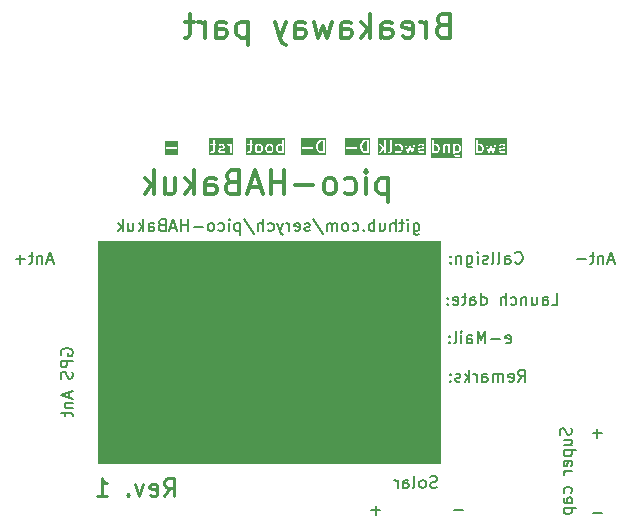
<source format=gbr>
%TF.GenerationSoftware,KiCad,Pcbnew,8.0.4*%
%TF.CreationDate,2024-07-20T20:35:12+02:00*%
%TF.ProjectId,pico-HABakuk,7069636f-2d48-4414-9261-6b756b2e6b69,REV1*%
%TF.SameCoordinates,Original*%
%TF.FileFunction,Legend,Bot*%
%TF.FilePolarity,Positive*%
%FSLAX46Y46*%
G04 Gerber Fmt 4.6, Leading zero omitted, Abs format (unit mm)*
G04 Created by KiCad (PCBNEW 8.0.4) date 2024-07-20 20:35:12*
%MOMM*%
%LPD*%
G01*
G04 APERTURE LIST*
%ADD10C,0.120000*%
%ADD11C,0.150000*%
%ADD12C,0.250000*%
%ADD13C,0.300000*%
%ADD14C,0.350000*%
G04 APERTURE END LIST*
D10*
X81500000Y-96250000D02*
X110500000Y-96250000D01*
X110500000Y-115000000D01*
X81500000Y-115000000D01*
X81500000Y-96250000D01*
G36*
X81500000Y-96250000D02*
G01*
X110500000Y-96250000D01*
X110500000Y-115000000D01*
X81500000Y-115000000D01*
X81500000Y-96250000D01*
G37*
D11*
X116032268Y-104822200D02*
X116127506Y-104869819D01*
X116127506Y-104869819D02*
X116317982Y-104869819D01*
X116317982Y-104869819D02*
X116413220Y-104822200D01*
X116413220Y-104822200D02*
X116460839Y-104726961D01*
X116460839Y-104726961D02*
X116460839Y-104346009D01*
X116460839Y-104346009D02*
X116413220Y-104250771D01*
X116413220Y-104250771D02*
X116317982Y-104203152D01*
X116317982Y-104203152D02*
X116127506Y-104203152D01*
X116127506Y-104203152D02*
X116032268Y-104250771D01*
X116032268Y-104250771D02*
X115984649Y-104346009D01*
X115984649Y-104346009D02*
X115984649Y-104441247D01*
X115984649Y-104441247D02*
X116460839Y-104536485D01*
X115556077Y-104488866D02*
X114794173Y-104488866D01*
X114317982Y-104869819D02*
X114317982Y-103869819D01*
X114317982Y-103869819D02*
X113984649Y-104584104D01*
X113984649Y-104584104D02*
X113651316Y-103869819D01*
X113651316Y-103869819D02*
X113651316Y-104869819D01*
X112746554Y-104869819D02*
X112746554Y-104346009D01*
X112746554Y-104346009D02*
X112794173Y-104250771D01*
X112794173Y-104250771D02*
X112889411Y-104203152D01*
X112889411Y-104203152D02*
X113079887Y-104203152D01*
X113079887Y-104203152D02*
X113175125Y-104250771D01*
X112746554Y-104822200D02*
X112841792Y-104869819D01*
X112841792Y-104869819D02*
X113079887Y-104869819D01*
X113079887Y-104869819D02*
X113175125Y-104822200D01*
X113175125Y-104822200D02*
X113222744Y-104726961D01*
X113222744Y-104726961D02*
X113222744Y-104631723D01*
X113222744Y-104631723D02*
X113175125Y-104536485D01*
X113175125Y-104536485D02*
X113079887Y-104488866D01*
X113079887Y-104488866D02*
X112841792Y-104488866D01*
X112841792Y-104488866D02*
X112746554Y-104441247D01*
X112270363Y-104869819D02*
X112270363Y-104203152D01*
X112270363Y-103869819D02*
X112317982Y-103917438D01*
X112317982Y-103917438D02*
X112270363Y-103965057D01*
X112270363Y-103965057D02*
X112222744Y-103917438D01*
X112222744Y-103917438D02*
X112270363Y-103869819D01*
X112270363Y-103869819D02*
X112270363Y-103965057D01*
X111651316Y-104869819D02*
X111746554Y-104822200D01*
X111746554Y-104822200D02*
X111794173Y-104726961D01*
X111794173Y-104726961D02*
X111794173Y-103869819D01*
X111270363Y-104774580D02*
X111222744Y-104822200D01*
X111222744Y-104822200D02*
X111270363Y-104869819D01*
X111270363Y-104869819D02*
X111317982Y-104822200D01*
X111317982Y-104822200D02*
X111270363Y-104774580D01*
X111270363Y-104774580D02*
X111270363Y-104869819D01*
X111270363Y-104250771D02*
X111222744Y-104298390D01*
X111222744Y-104298390D02*
X111270363Y-104346009D01*
X111270363Y-104346009D02*
X111317982Y-104298390D01*
X111317982Y-104298390D02*
X111270363Y-104250771D01*
X111270363Y-104250771D02*
X111270363Y-104346009D01*
D12*
X87121241Y-117803428D02*
X87621241Y-117089142D01*
X87978384Y-117803428D02*
X87978384Y-116303428D01*
X87978384Y-116303428D02*
X87406955Y-116303428D01*
X87406955Y-116303428D02*
X87264098Y-116374857D01*
X87264098Y-116374857D02*
X87192669Y-116446285D01*
X87192669Y-116446285D02*
X87121241Y-116589142D01*
X87121241Y-116589142D02*
X87121241Y-116803428D01*
X87121241Y-116803428D02*
X87192669Y-116946285D01*
X87192669Y-116946285D02*
X87264098Y-117017714D01*
X87264098Y-117017714D02*
X87406955Y-117089142D01*
X87406955Y-117089142D02*
X87978384Y-117089142D01*
X85906955Y-117732000D02*
X86049812Y-117803428D01*
X86049812Y-117803428D02*
X86335527Y-117803428D01*
X86335527Y-117803428D02*
X86478384Y-117732000D01*
X86478384Y-117732000D02*
X86549812Y-117589142D01*
X86549812Y-117589142D02*
X86549812Y-117017714D01*
X86549812Y-117017714D02*
X86478384Y-116874857D01*
X86478384Y-116874857D02*
X86335527Y-116803428D01*
X86335527Y-116803428D02*
X86049812Y-116803428D01*
X86049812Y-116803428D02*
X85906955Y-116874857D01*
X85906955Y-116874857D02*
X85835527Y-117017714D01*
X85835527Y-117017714D02*
X85835527Y-117160571D01*
X85835527Y-117160571D02*
X86549812Y-117303428D01*
X85335527Y-116803428D02*
X84978384Y-117803428D01*
X84978384Y-117803428D02*
X84621241Y-116803428D01*
X84049813Y-117660571D02*
X83978384Y-117732000D01*
X83978384Y-117732000D02*
X84049813Y-117803428D01*
X84049813Y-117803428D02*
X84121241Y-117732000D01*
X84121241Y-117732000D02*
X84049813Y-117660571D01*
X84049813Y-117660571D02*
X84049813Y-117803428D01*
X81406955Y-117803428D02*
X82264098Y-117803428D01*
X81835527Y-117803428D02*
X81835527Y-116303428D01*
X81835527Y-116303428D02*
X81978384Y-116517714D01*
X81978384Y-116517714D02*
X82121241Y-116660571D01*
X82121241Y-116660571D02*
X82264098Y-116732000D01*
D11*
X124163220Y-112488866D02*
X123401316Y-112488866D01*
X123782268Y-112869819D02*
X123782268Y-112107914D01*
X124163220Y-119238866D02*
X123401316Y-119238866D01*
X112413220Y-118988866D02*
X111651316Y-118988866D01*
X105413220Y-118988866D02*
X104651316Y-118988866D01*
X105032268Y-119369819D02*
X105032268Y-118607914D01*
D13*
X110659774Y-77942019D02*
X110374060Y-78037257D01*
X110374060Y-78037257D02*
X110278822Y-78132495D01*
X110278822Y-78132495D02*
X110183584Y-78322971D01*
X110183584Y-78322971D02*
X110183584Y-78608685D01*
X110183584Y-78608685D02*
X110278822Y-78799161D01*
X110278822Y-78799161D02*
X110374060Y-78894400D01*
X110374060Y-78894400D02*
X110564536Y-78989638D01*
X110564536Y-78989638D02*
X111326441Y-78989638D01*
X111326441Y-78989638D02*
X111326441Y-76989638D01*
X111326441Y-76989638D02*
X110659774Y-76989638D01*
X110659774Y-76989638D02*
X110469298Y-77084876D01*
X110469298Y-77084876D02*
X110374060Y-77180114D01*
X110374060Y-77180114D02*
X110278822Y-77370590D01*
X110278822Y-77370590D02*
X110278822Y-77561066D01*
X110278822Y-77561066D02*
X110374060Y-77751542D01*
X110374060Y-77751542D02*
X110469298Y-77846780D01*
X110469298Y-77846780D02*
X110659774Y-77942019D01*
X110659774Y-77942019D02*
X111326441Y-77942019D01*
X109326441Y-78989638D02*
X109326441Y-77656304D01*
X109326441Y-78037257D02*
X109231203Y-77846780D01*
X109231203Y-77846780D02*
X109135965Y-77751542D01*
X109135965Y-77751542D02*
X108945489Y-77656304D01*
X108945489Y-77656304D02*
X108755012Y-77656304D01*
X107326441Y-78894400D02*
X107516917Y-78989638D01*
X107516917Y-78989638D02*
X107897870Y-78989638D01*
X107897870Y-78989638D02*
X108088346Y-78894400D01*
X108088346Y-78894400D02*
X108183584Y-78703923D01*
X108183584Y-78703923D02*
X108183584Y-77942019D01*
X108183584Y-77942019D02*
X108088346Y-77751542D01*
X108088346Y-77751542D02*
X107897870Y-77656304D01*
X107897870Y-77656304D02*
X107516917Y-77656304D01*
X107516917Y-77656304D02*
X107326441Y-77751542D01*
X107326441Y-77751542D02*
X107231203Y-77942019D01*
X107231203Y-77942019D02*
X107231203Y-78132495D01*
X107231203Y-78132495D02*
X108183584Y-78322971D01*
X105516917Y-78989638D02*
X105516917Y-77942019D01*
X105516917Y-77942019D02*
X105612155Y-77751542D01*
X105612155Y-77751542D02*
X105802631Y-77656304D01*
X105802631Y-77656304D02*
X106183584Y-77656304D01*
X106183584Y-77656304D02*
X106374060Y-77751542D01*
X105516917Y-78894400D02*
X105707393Y-78989638D01*
X105707393Y-78989638D02*
X106183584Y-78989638D01*
X106183584Y-78989638D02*
X106374060Y-78894400D01*
X106374060Y-78894400D02*
X106469298Y-78703923D01*
X106469298Y-78703923D02*
X106469298Y-78513447D01*
X106469298Y-78513447D02*
X106374060Y-78322971D01*
X106374060Y-78322971D02*
X106183584Y-78227733D01*
X106183584Y-78227733D02*
X105707393Y-78227733D01*
X105707393Y-78227733D02*
X105516917Y-78132495D01*
X104564536Y-78989638D02*
X104564536Y-76989638D01*
X104374060Y-78227733D02*
X103802631Y-78989638D01*
X103802631Y-77656304D02*
X104564536Y-78418209D01*
X102088345Y-78989638D02*
X102088345Y-77942019D01*
X102088345Y-77942019D02*
X102183583Y-77751542D01*
X102183583Y-77751542D02*
X102374059Y-77656304D01*
X102374059Y-77656304D02*
X102755012Y-77656304D01*
X102755012Y-77656304D02*
X102945488Y-77751542D01*
X102088345Y-78894400D02*
X102278821Y-78989638D01*
X102278821Y-78989638D02*
X102755012Y-78989638D01*
X102755012Y-78989638D02*
X102945488Y-78894400D01*
X102945488Y-78894400D02*
X103040726Y-78703923D01*
X103040726Y-78703923D02*
X103040726Y-78513447D01*
X103040726Y-78513447D02*
X102945488Y-78322971D01*
X102945488Y-78322971D02*
X102755012Y-78227733D01*
X102755012Y-78227733D02*
X102278821Y-78227733D01*
X102278821Y-78227733D02*
X102088345Y-78132495D01*
X101326440Y-77656304D02*
X100945488Y-78989638D01*
X100945488Y-78989638D02*
X100564535Y-78037257D01*
X100564535Y-78037257D02*
X100183583Y-78989638D01*
X100183583Y-78989638D02*
X99802631Y-77656304D01*
X98183583Y-78989638D02*
X98183583Y-77942019D01*
X98183583Y-77942019D02*
X98278821Y-77751542D01*
X98278821Y-77751542D02*
X98469297Y-77656304D01*
X98469297Y-77656304D02*
X98850250Y-77656304D01*
X98850250Y-77656304D02*
X99040726Y-77751542D01*
X98183583Y-78894400D02*
X98374059Y-78989638D01*
X98374059Y-78989638D02*
X98850250Y-78989638D01*
X98850250Y-78989638D02*
X99040726Y-78894400D01*
X99040726Y-78894400D02*
X99135964Y-78703923D01*
X99135964Y-78703923D02*
X99135964Y-78513447D01*
X99135964Y-78513447D02*
X99040726Y-78322971D01*
X99040726Y-78322971D02*
X98850250Y-78227733D01*
X98850250Y-78227733D02*
X98374059Y-78227733D01*
X98374059Y-78227733D02*
X98183583Y-78132495D01*
X97421678Y-77656304D02*
X96945488Y-78989638D01*
X96469297Y-77656304D02*
X96945488Y-78989638D01*
X96945488Y-78989638D02*
X97135964Y-79465828D01*
X97135964Y-79465828D02*
X97231202Y-79561066D01*
X97231202Y-79561066D02*
X97421678Y-79656304D01*
X94183582Y-77656304D02*
X94183582Y-79656304D01*
X94183582Y-77751542D02*
X93993106Y-77656304D01*
X93993106Y-77656304D02*
X93612153Y-77656304D01*
X93612153Y-77656304D02*
X93421677Y-77751542D01*
X93421677Y-77751542D02*
X93326439Y-77846780D01*
X93326439Y-77846780D02*
X93231201Y-78037257D01*
X93231201Y-78037257D02*
X93231201Y-78608685D01*
X93231201Y-78608685D02*
X93326439Y-78799161D01*
X93326439Y-78799161D02*
X93421677Y-78894400D01*
X93421677Y-78894400D02*
X93612153Y-78989638D01*
X93612153Y-78989638D02*
X93993106Y-78989638D01*
X93993106Y-78989638D02*
X94183582Y-78894400D01*
X91516915Y-78989638D02*
X91516915Y-77942019D01*
X91516915Y-77942019D02*
X91612153Y-77751542D01*
X91612153Y-77751542D02*
X91802629Y-77656304D01*
X91802629Y-77656304D02*
X92183582Y-77656304D01*
X92183582Y-77656304D02*
X92374058Y-77751542D01*
X91516915Y-78894400D02*
X91707391Y-78989638D01*
X91707391Y-78989638D02*
X92183582Y-78989638D01*
X92183582Y-78989638D02*
X92374058Y-78894400D01*
X92374058Y-78894400D02*
X92469296Y-78703923D01*
X92469296Y-78703923D02*
X92469296Y-78513447D01*
X92469296Y-78513447D02*
X92374058Y-78322971D01*
X92374058Y-78322971D02*
X92183582Y-78227733D01*
X92183582Y-78227733D02*
X91707391Y-78227733D01*
X91707391Y-78227733D02*
X91516915Y-78132495D01*
X90564534Y-78989638D02*
X90564534Y-77656304D01*
X90564534Y-78037257D02*
X90469296Y-77846780D01*
X90469296Y-77846780D02*
X90374058Y-77751542D01*
X90374058Y-77751542D02*
X90183582Y-77656304D01*
X90183582Y-77656304D02*
X89993105Y-77656304D01*
X89612153Y-77656304D02*
X88850249Y-77656304D01*
X89326439Y-76989638D02*
X89326439Y-78703923D01*
X89326439Y-78703923D02*
X89231201Y-78894400D01*
X89231201Y-78894400D02*
X89040725Y-78989638D01*
X89040725Y-78989638D02*
X88850249Y-78989638D01*
D11*
X108234649Y-94703152D02*
X108234649Y-95512676D01*
X108234649Y-95512676D02*
X108282268Y-95607914D01*
X108282268Y-95607914D02*
X108329887Y-95655533D01*
X108329887Y-95655533D02*
X108425125Y-95703152D01*
X108425125Y-95703152D02*
X108567982Y-95703152D01*
X108567982Y-95703152D02*
X108663220Y-95655533D01*
X108234649Y-95322200D02*
X108329887Y-95369819D01*
X108329887Y-95369819D02*
X108520363Y-95369819D01*
X108520363Y-95369819D02*
X108615601Y-95322200D01*
X108615601Y-95322200D02*
X108663220Y-95274580D01*
X108663220Y-95274580D02*
X108710839Y-95179342D01*
X108710839Y-95179342D02*
X108710839Y-94893628D01*
X108710839Y-94893628D02*
X108663220Y-94798390D01*
X108663220Y-94798390D02*
X108615601Y-94750771D01*
X108615601Y-94750771D02*
X108520363Y-94703152D01*
X108520363Y-94703152D02*
X108329887Y-94703152D01*
X108329887Y-94703152D02*
X108234649Y-94750771D01*
X107758458Y-95369819D02*
X107758458Y-94703152D01*
X107758458Y-94369819D02*
X107806077Y-94417438D01*
X107806077Y-94417438D02*
X107758458Y-94465057D01*
X107758458Y-94465057D02*
X107710839Y-94417438D01*
X107710839Y-94417438D02*
X107758458Y-94369819D01*
X107758458Y-94369819D02*
X107758458Y-94465057D01*
X107425125Y-94703152D02*
X107044173Y-94703152D01*
X107282268Y-94369819D02*
X107282268Y-95226961D01*
X107282268Y-95226961D02*
X107234649Y-95322200D01*
X107234649Y-95322200D02*
X107139411Y-95369819D01*
X107139411Y-95369819D02*
X107044173Y-95369819D01*
X106710839Y-95369819D02*
X106710839Y-94369819D01*
X106282268Y-95369819D02*
X106282268Y-94846009D01*
X106282268Y-94846009D02*
X106329887Y-94750771D01*
X106329887Y-94750771D02*
X106425125Y-94703152D01*
X106425125Y-94703152D02*
X106567982Y-94703152D01*
X106567982Y-94703152D02*
X106663220Y-94750771D01*
X106663220Y-94750771D02*
X106710839Y-94798390D01*
X105377506Y-94703152D02*
X105377506Y-95369819D01*
X105806077Y-94703152D02*
X105806077Y-95226961D01*
X105806077Y-95226961D02*
X105758458Y-95322200D01*
X105758458Y-95322200D02*
X105663220Y-95369819D01*
X105663220Y-95369819D02*
X105520363Y-95369819D01*
X105520363Y-95369819D02*
X105425125Y-95322200D01*
X105425125Y-95322200D02*
X105377506Y-95274580D01*
X104901315Y-95369819D02*
X104901315Y-94369819D01*
X104901315Y-94750771D02*
X104806077Y-94703152D01*
X104806077Y-94703152D02*
X104615601Y-94703152D01*
X104615601Y-94703152D02*
X104520363Y-94750771D01*
X104520363Y-94750771D02*
X104472744Y-94798390D01*
X104472744Y-94798390D02*
X104425125Y-94893628D01*
X104425125Y-94893628D02*
X104425125Y-95179342D01*
X104425125Y-95179342D02*
X104472744Y-95274580D01*
X104472744Y-95274580D02*
X104520363Y-95322200D01*
X104520363Y-95322200D02*
X104615601Y-95369819D01*
X104615601Y-95369819D02*
X104806077Y-95369819D01*
X104806077Y-95369819D02*
X104901315Y-95322200D01*
X103996553Y-95274580D02*
X103948934Y-95322200D01*
X103948934Y-95322200D02*
X103996553Y-95369819D01*
X103996553Y-95369819D02*
X104044172Y-95322200D01*
X104044172Y-95322200D02*
X103996553Y-95274580D01*
X103996553Y-95274580D02*
X103996553Y-95369819D01*
X103091792Y-95322200D02*
X103187030Y-95369819D01*
X103187030Y-95369819D02*
X103377506Y-95369819D01*
X103377506Y-95369819D02*
X103472744Y-95322200D01*
X103472744Y-95322200D02*
X103520363Y-95274580D01*
X103520363Y-95274580D02*
X103567982Y-95179342D01*
X103567982Y-95179342D02*
X103567982Y-94893628D01*
X103567982Y-94893628D02*
X103520363Y-94798390D01*
X103520363Y-94798390D02*
X103472744Y-94750771D01*
X103472744Y-94750771D02*
X103377506Y-94703152D01*
X103377506Y-94703152D02*
X103187030Y-94703152D01*
X103187030Y-94703152D02*
X103091792Y-94750771D01*
X102520363Y-95369819D02*
X102615601Y-95322200D01*
X102615601Y-95322200D02*
X102663220Y-95274580D01*
X102663220Y-95274580D02*
X102710839Y-95179342D01*
X102710839Y-95179342D02*
X102710839Y-94893628D01*
X102710839Y-94893628D02*
X102663220Y-94798390D01*
X102663220Y-94798390D02*
X102615601Y-94750771D01*
X102615601Y-94750771D02*
X102520363Y-94703152D01*
X102520363Y-94703152D02*
X102377506Y-94703152D01*
X102377506Y-94703152D02*
X102282268Y-94750771D01*
X102282268Y-94750771D02*
X102234649Y-94798390D01*
X102234649Y-94798390D02*
X102187030Y-94893628D01*
X102187030Y-94893628D02*
X102187030Y-95179342D01*
X102187030Y-95179342D02*
X102234649Y-95274580D01*
X102234649Y-95274580D02*
X102282268Y-95322200D01*
X102282268Y-95322200D02*
X102377506Y-95369819D01*
X102377506Y-95369819D02*
X102520363Y-95369819D01*
X101758458Y-95369819D02*
X101758458Y-94703152D01*
X101758458Y-94798390D02*
X101710839Y-94750771D01*
X101710839Y-94750771D02*
X101615601Y-94703152D01*
X101615601Y-94703152D02*
X101472744Y-94703152D01*
X101472744Y-94703152D02*
X101377506Y-94750771D01*
X101377506Y-94750771D02*
X101329887Y-94846009D01*
X101329887Y-94846009D02*
X101329887Y-95369819D01*
X101329887Y-94846009D02*
X101282268Y-94750771D01*
X101282268Y-94750771D02*
X101187030Y-94703152D01*
X101187030Y-94703152D02*
X101044173Y-94703152D01*
X101044173Y-94703152D02*
X100948934Y-94750771D01*
X100948934Y-94750771D02*
X100901315Y-94846009D01*
X100901315Y-94846009D02*
X100901315Y-95369819D01*
X99710840Y-94322200D02*
X100567982Y-95607914D01*
X99425125Y-95322200D02*
X99329887Y-95369819D01*
X99329887Y-95369819D02*
X99139411Y-95369819D01*
X99139411Y-95369819D02*
X99044173Y-95322200D01*
X99044173Y-95322200D02*
X98996554Y-95226961D01*
X98996554Y-95226961D02*
X98996554Y-95179342D01*
X98996554Y-95179342D02*
X99044173Y-95084104D01*
X99044173Y-95084104D02*
X99139411Y-95036485D01*
X99139411Y-95036485D02*
X99282268Y-95036485D01*
X99282268Y-95036485D02*
X99377506Y-94988866D01*
X99377506Y-94988866D02*
X99425125Y-94893628D01*
X99425125Y-94893628D02*
X99425125Y-94846009D01*
X99425125Y-94846009D02*
X99377506Y-94750771D01*
X99377506Y-94750771D02*
X99282268Y-94703152D01*
X99282268Y-94703152D02*
X99139411Y-94703152D01*
X99139411Y-94703152D02*
X99044173Y-94750771D01*
X98187030Y-95322200D02*
X98282268Y-95369819D01*
X98282268Y-95369819D02*
X98472744Y-95369819D01*
X98472744Y-95369819D02*
X98567982Y-95322200D01*
X98567982Y-95322200D02*
X98615601Y-95226961D01*
X98615601Y-95226961D02*
X98615601Y-94846009D01*
X98615601Y-94846009D02*
X98567982Y-94750771D01*
X98567982Y-94750771D02*
X98472744Y-94703152D01*
X98472744Y-94703152D02*
X98282268Y-94703152D01*
X98282268Y-94703152D02*
X98187030Y-94750771D01*
X98187030Y-94750771D02*
X98139411Y-94846009D01*
X98139411Y-94846009D02*
X98139411Y-94941247D01*
X98139411Y-94941247D02*
X98615601Y-95036485D01*
X97710839Y-95369819D02*
X97710839Y-94703152D01*
X97710839Y-94893628D02*
X97663220Y-94798390D01*
X97663220Y-94798390D02*
X97615601Y-94750771D01*
X97615601Y-94750771D02*
X97520363Y-94703152D01*
X97520363Y-94703152D02*
X97425125Y-94703152D01*
X97187029Y-94703152D02*
X96948934Y-95369819D01*
X96710839Y-94703152D02*
X96948934Y-95369819D01*
X96948934Y-95369819D02*
X97044172Y-95607914D01*
X97044172Y-95607914D02*
X97091791Y-95655533D01*
X97091791Y-95655533D02*
X97187029Y-95703152D01*
X95901315Y-95322200D02*
X95996553Y-95369819D01*
X95996553Y-95369819D02*
X96187029Y-95369819D01*
X96187029Y-95369819D02*
X96282267Y-95322200D01*
X96282267Y-95322200D02*
X96329886Y-95274580D01*
X96329886Y-95274580D02*
X96377505Y-95179342D01*
X96377505Y-95179342D02*
X96377505Y-94893628D01*
X96377505Y-94893628D02*
X96329886Y-94798390D01*
X96329886Y-94798390D02*
X96282267Y-94750771D01*
X96282267Y-94750771D02*
X96187029Y-94703152D01*
X96187029Y-94703152D02*
X95996553Y-94703152D01*
X95996553Y-94703152D02*
X95901315Y-94750771D01*
X95472743Y-95369819D02*
X95472743Y-94369819D01*
X95044172Y-95369819D02*
X95044172Y-94846009D01*
X95044172Y-94846009D02*
X95091791Y-94750771D01*
X95091791Y-94750771D02*
X95187029Y-94703152D01*
X95187029Y-94703152D02*
X95329886Y-94703152D01*
X95329886Y-94703152D02*
X95425124Y-94750771D01*
X95425124Y-94750771D02*
X95472743Y-94798390D01*
X93853696Y-94322200D02*
X94710838Y-95607914D01*
X93520362Y-94703152D02*
X93520362Y-95703152D01*
X93520362Y-94750771D02*
X93425124Y-94703152D01*
X93425124Y-94703152D02*
X93234648Y-94703152D01*
X93234648Y-94703152D02*
X93139410Y-94750771D01*
X93139410Y-94750771D02*
X93091791Y-94798390D01*
X93091791Y-94798390D02*
X93044172Y-94893628D01*
X93044172Y-94893628D02*
X93044172Y-95179342D01*
X93044172Y-95179342D02*
X93091791Y-95274580D01*
X93091791Y-95274580D02*
X93139410Y-95322200D01*
X93139410Y-95322200D02*
X93234648Y-95369819D01*
X93234648Y-95369819D02*
X93425124Y-95369819D01*
X93425124Y-95369819D02*
X93520362Y-95322200D01*
X92615600Y-95369819D02*
X92615600Y-94703152D01*
X92615600Y-94369819D02*
X92663219Y-94417438D01*
X92663219Y-94417438D02*
X92615600Y-94465057D01*
X92615600Y-94465057D02*
X92567981Y-94417438D01*
X92567981Y-94417438D02*
X92615600Y-94369819D01*
X92615600Y-94369819D02*
X92615600Y-94465057D01*
X91710839Y-95322200D02*
X91806077Y-95369819D01*
X91806077Y-95369819D02*
X91996553Y-95369819D01*
X91996553Y-95369819D02*
X92091791Y-95322200D01*
X92091791Y-95322200D02*
X92139410Y-95274580D01*
X92139410Y-95274580D02*
X92187029Y-95179342D01*
X92187029Y-95179342D02*
X92187029Y-94893628D01*
X92187029Y-94893628D02*
X92139410Y-94798390D01*
X92139410Y-94798390D02*
X92091791Y-94750771D01*
X92091791Y-94750771D02*
X91996553Y-94703152D01*
X91996553Y-94703152D02*
X91806077Y-94703152D01*
X91806077Y-94703152D02*
X91710839Y-94750771D01*
X91139410Y-95369819D02*
X91234648Y-95322200D01*
X91234648Y-95322200D02*
X91282267Y-95274580D01*
X91282267Y-95274580D02*
X91329886Y-95179342D01*
X91329886Y-95179342D02*
X91329886Y-94893628D01*
X91329886Y-94893628D02*
X91282267Y-94798390D01*
X91282267Y-94798390D02*
X91234648Y-94750771D01*
X91234648Y-94750771D02*
X91139410Y-94703152D01*
X91139410Y-94703152D02*
X90996553Y-94703152D01*
X90996553Y-94703152D02*
X90901315Y-94750771D01*
X90901315Y-94750771D02*
X90853696Y-94798390D01*
X90853696Y-94798390D02*
X90806077Y-94893628D01*
X90806077Y-94893628D02*
X90806077Y-95179342D01*
X90806077Y-95179342D02*
X90853696Y-95274580D01*
X90853696Y-95274580D02*
X90901315Y-95322200D01*
X90901315Y-95322200D02*
X90996553Y-95369819D01*
X90996553Y-95369819D02*
X91139410Y-95369819D01*
X90377505Y-94988866D02*
X89615601Y-94988866D01*
X89139410Y-95369819D02*
X89139410Y-94369819D01*
X89139410Y-94846009D02*
X88567982Y-94846009D01*
X88567982Y-95369819D02*
X88567982Y-94369819D01*
X88139410Y-95084104D02*
X87663220Y-95084104D01*
X88234648Y-95369819D02*
X87901315Y-94369819D01*
X87901315Y-94369819D02*
X87567982Y-95369819D01*
X86901315Y-94846009D02*
X86758458Y-94893628D01*
X86758458Y-94893628D02*
X86710839Y-94941247D01*
X86710839Y-94941247D02*
X86663220Y-95036485D01*
X86663220Y-95036485D02*
X86663220Y-95179342D01*
X86663220Y-95179342D02*
X86710839Y-95274580D01*
X86710839Y-95274580D02*
X86758458Y-95322200D01*
X86758458Y-95322200D02*
X86853696Y-95369819D01*
X86853696Y-95369819D02*
X87234648Y-95369819D01*
X87234648Y-95369819D02*
X87234648Y-94369819D01*
X87234648Y-94369819D02*
X86901315Y-94369819D01*
X86901315Y-94369819D02*
X86806077Y-94417438D01*
X86806077Y-94417438D02*
X86758458Y-94465057D01*
X86758458Y-94465057D02*
X86710839Y-94560295D01*
X86710839Y-94560295D02*
X86710839Y-94655533D01*
X86710839Y-94655533D02*
X86758458Y-94750771D01*
X86758458Y-94750771D02*
X86806077Y-94798390D01*
X86806077Y-94798390D02*
X86901315Y-94846009D01*
X86901315Y-94846009D02*
X87234648Y-94846009D01*
X85806077Y-95369819D02*
X85806077Y-94846009D01*
X85806077Y-94846009D02*
X85853696Y-94750771D01*
X85853696Y-94750771D02*
X85948934Y-94703152D01*
X85948934Y-94703152D02*
X86139410Y-94703152D01*
X86139410Y-94703152D02*
X86234648Y-94750771D01*
X85806077Y-95322200D02*
X85901315Y-95369819D01*
X85901315Y-95369819D02*
X86139410Y-95369819D01*
X86139410Y-95369819D02*
X86234648Y-95322200D01*
X86234648Y-95322200D02*
X86282267Y-95226961D01*
X86282267Y-95226961D02*
X86282267Y-95131723D01*
X86282267Y-95131723D02*
X86234648Y-95036485D01*
X86234648Y-95036485D02*
X86139410Y-94988866D01*
X86139410Y-94988866D02*
X85901315Y-94988866D01*
X85901315Y-94988866D02*
X85806077Y-94941247D01*
X85329886Y-95369819D02*
X85329886Y-94369819D01*
X85234648Y-94988866D02*
X84948934Y-95369819D01*
X84948934Y-94703152D02*
X85329886Y-95084104D01*
X84091791Y-94703152D02*
X84091791Y-95369819D01*
X84520362Y-94703152D02*
X84520362Y-95226961D01*
X84520362Y-95226961D02*
X84472743Y-95322200D01*
X84472743Y-95322200D02*
X84377505Y-95369819D01*
X84377505Y-95369819D02*
X84234648Y-95369819D01*
X84234648Y-95369819D02*
X84139410Y-95322200D01*
X84139410Y-95322200D02*
X84091791Y-95274580D01*
X83615600Y-95369819D02*
X83615600Y-94369819D01*
X83520362Y-94988866D02*
X83234648Y-95369819D01*
X83234648Y-94703152D02*
X83615600Y-95084104D01*
X125210839Y-97834104D02*
X124734649Y-97834104D01*
X125306077Y-98119819D02*
X124972744Y-97119819D01*
X124972744Y-97119819D02*
X124639411Y-98119819D01*
X124306077Y-97453152D02*
X124306077Y-98119819D01*
X124306077Y-97548390D02*
X124258458Y-97500771D01*
X124258458Y-97500771D02*
X124163220Y-97453152D01*
X124163220Y-97453152D02*
X124020363Y-97453152D01*
X124020363Y-97453152D02*
X123925125Y-97500771D01*
X123925125Y-97500771D02*
X123877506Y-97596009D01*
X123877506Y-97596009D02*
X123877506Y-98119819D01*
X123544172Y-97453152D02*
X123163220Y-97453152D01*
X123401315Y-97119819D02*
X123401315Y-97976961D01*
X123401315Y-97976961D02*
X123353696Y-98072200D01*
X123353696Y-98072200D02*
X123258458Y-98119819D01*
X123258458Y-98119819D02*
X123163220Y-98119819D01*
X122829886Y-97738866D02*
X122067982Y-97738866D01*
D14*
X106043546Y-90903704D02*
X106043546Y-92903704D01*
X106043546Y-90998942D02*
X105853070Y-90903704D01*
X105853070Y-90903704D02*
X105472117Y-90903704D01*
X105472117Y-90903704D02*
X105281641Y-90998942D01*
X105281641Y-90998942D02*
X105186403Y-91094180D01*
X105186403Y-91094180D02*
X105091165Y-91284657D01*
X105091165Y-91284657D02*
X105091165Y-91856085D01*
X105091165Y-91856085D02*
X105186403Y-92046561D01*
X105186403Y-92046561D02*
X105281641Y-92141800D01*
X105281641Y-92141800D02*
X105472117Y-92237038D01*
X105472117Y-92237038D02*
X105853070Y-92237038D01*
X105853070Y-92237038D02*
X106043546Y-92141800D01*
X104234022Y-92237038D02*
X104234022Y-90903704D01*
X104234022Y-90237038D02*
X104329260Y-90332276D01*
X104329260Y-90332276D02*
X104234022Y-90427514D01*
X104234022Y-90427514D02*
X104138784Y-90332276D01*
X104138784Y-90332276D02*
X104234022Y-90237038D01*
X104234022Y-90237038D02*
X104234022Y-90427514D01*
X102424498Y-92141800D02*
X102614974Y-92237038D01*
X102614974Y-92237038D02*
X102995927Y-92237038D01*
X102995927Y-92237038D02*
X103186403Y-92141800D01*
X103186403Y-92141800D02*
X103281641Y-92046561D01*
X103281641Y-92046561D02*
X103376879Y-91856085D01*
X103376879Y-91856085D02*
X103376879Y-91284657D01*
X103376879Y-91284657D02*
X103281641Y-91094180D01*
X103281641Y-91094180D02*
X103186403Y-90998942D01*
X103186403Y-90998942D02*
X102995927Y-90903704D01*
X102995927Y-90903704D02*
X102614974Y-90903704D01*
X102614974Y-90903704D02*
X102424498Y-90998942D01*
X101281641Y-92237038D02*
X101472117Y-92141800D01*
X101472117Y-92141800D02*
X101567355Y-92046561D01*
X101567355Y-92046561D02*
X101662593Y-91856085D01*
X101662593Y-91856085D02*
X101662593Y-91284657D01*
X101662593Y-91284657D02*
X101567355Y-91094180D01*
X101567355Y-91094180D02*
X101472117Y-90998942D01*
X101472117Y-90998942D02*
X101281641Y-90903704D01*
X101281641Y-90903704D02*
X100995926Y-90903704D01*
X100995926Y-90903704D02*
X100805450Y-90998942D01*
X100805450Y-90998942D02*
X100710212Y-91094180D01*
X100710212Y-91094180D02*
X100614974Y-91284657D01*
X100614974Y-91284657D02*
X100614974Y-91856085D01*
X100614974Y-91856085D02*
X100710212Y-92046561D01*
X100710212Y-92046561D02*
X100805450Y-92141800D01*
X100805450Y-92141800D02*
X100995926Y-92237038D01*
X100995926Y-92237038D02*
X101281641Y-92237038D01*
X99757831Y-91475133D02*
X98234022Y-91475133D01*
X97281641Y-92237038D02*
X97281641Y-90237038D01*
X97281641Y-91189419D02*
X96138784Y-91189419D01*
X96138784Y-92237038D02*
X96138784Y-90237038D01*
X95281641Y-91665609D02*
X94329260Y-91665609D01*
X95472117Y-92237038D02*
X94805451Y-90237038D01*
X94805451Y-90237038D02*
X94138784Y-92237038D01*
X92805450Y-91189419D02*
X92519736Y-91284657D01*
X92519736Y-91284657D02*
X92424498Y-91379895D01*
X92424498Y-91379895D02*
X92329260Y-91570371D01*
X92329260Y-91570371D02*
X92329260Y-91856085D01*
X92329260Y-91856085D02*
X92424498Y-92046561D01*
X92424498Y-92046561D02*
X92519736Y-92141800D01*
X92519736Y-92141800D02*
X92710212Y-92237038D01*
X92710212Y-92237038D02*
X93472117Y-92237038D01*
X93472117Y-92237038D02*
X93472117Y-90237038D01*
X93472117Y-90237038D02*
X92805450Y-90237038D01*
X92805450Y-90237038D02*
X92614974Y-90332276D01*
X92614974Y-90332276D02*
X92519736Y-90427514D01*
X92519736Y-90427514D02*
X92424498Y-90617990D01*
X92424498Y-90617990D02*
X92424498Y-90808466D01*
X92424498Y-90808466D02*
X92519736Y-90998942D01*
X92519736Y-90998942D02*
X92614974Y-91094180D01*
X92614974Y-91094180D02*
X92805450Y-91189419D01*
X92805450Y-91189419D02*
X93472117Y-91189419D01*
X90614974Y-92237038D02*
X90614974Y-91189419D01*
X90614974Y-91189419D02*
X90710212Y-90998942D01*
X90710212Y-90998942D02*
X90900688Y-90903704D01*
X90900688Y-90903704D02*
X91281641Y-90903704D01*
X91281641Y-90903704D02*
X91472117Y-90998942D01*
X90614974Y-92141800D02*
X90805450Y-92237038D01*
X90805450Y-92237038D02*
X91281641Y-92237038D01*
X91281641Y-92237038D02*
X91472117Y-92141800D01*
X91472117Y-92141800D02*
X91567355Y-91951323D01*
X91567355Y-91951323D02*
X91567355Y-91760847D01*
X91567355Y-91760847D02*
X91472117Y-91570371D01*
X91472117Y-91570371D02*
X91281641Y-91475133D01*
X91281641Y-91475133D02*
X90805450Y-91475133D01*
X90805450Y-91475133D02*
X90614974Y-91379895D01*
X89662593Y-92237038D02*
X89662593Y-90237038D01*
X89472117Y-91475133D02*
X88900688Y-92237038D01*
X88900688Y-90903704D02*
X89662593Y-91665609D01*
X87186402Y-90903704D02*
X87186402Y-92237038D01*
X88043545Y-90903704D02*
X88043545Y-91951323D01*
X88043545Y-91951323D02*
X87948307Y-92141800D01*
X87948307Y-92141800D02*
X87757831Y-92237038D01*
X87757831Y-92237038D02*
X87472116Y-92237038D01*
X87472116Y-92237038D02*
X87281640Y-92141800D01*
X87281640Y-92141800D02*
X87186402Y-92046561D01*
X86234021Y-92237038D02*
X86234021Y-90237038D01*
X86043545Y-91475133D02*
X85472116Y-92237038D01*
X85472116Y-90903704D02*
X86234021Y-91665609D01*
D11*
X116841792Y-98024580D02*
X116889411Y-98072200D01*
X116889411Y-98072200D02*
X117032268Y-98119819D01*
X117032268Y-98119819D02*
X117127506Y-98119819D01*
X117127506Y-98119819D02*
X117270363Y-98072200D01*
X117270363Y-98072200D02*
X117365601Y-97976961D01*
X117365601Y-97976961D02*
X117413220Y-97881723D01*
X117413220Y-97881723D02*
X117460839Y-97691247D01*
X117460839Y-97691247D02*
X117460839Y-97548390D01*
X117460839Y-97548390D02*
X117413220Y-97357914D01*
X117413220Y-97357914D02*
X117365601Y-97262676D01*
X117365601Y-97262676D02*
X117270363Y-97167438D01*
X117270363Y-97167438D02*
X117127506Y-97119819D01*
X117127506Y-97119819D02*
X117032268Y-97119819D01*
X117032268Y-97119819D02*
X116889411Y-97167438D01*
X116889411Y-97167438D02*
X116841792Y-97215057D01*
X115984649Y-98119819D02*
X115984649Y-97596009D01*
X115984649Y-97596009D02*
X116032268Y-97500771D01*
X116032268Y-97500771D02*
X116127506Y-97453152D01*
X116127506Y-97453152D02*
X116317982Y-97453152D01*
X116317982Y-97453152D02*
X116413220Y-97500771D01*
X115984649Y-98072200D02*
X116079887Y-98119819D01*
X116079887Y-98119819D02*
X116317982Y-98119819D01*
X116317982Y-98119819D02*
X116413220Y-98072200D01*
X116413220Y-98072200D02*
X116460839Y-97976961D01*
X116460839Y-97976961D02*
X116460839Y-97881723D01*
X116460839Y-97881723D02*
X116413220Y-97786485D01*
X116413220Y-97786485D02*
X116317982Y-97738866D01*
X116317982Y-97738866D02*
X116079887Y-97738866D01*
X116079887Y-97738866D02*
X115984649Y-97691247D01*
X115365601Y-98119819D02*
X115460839Y-98072200D01*
X115460839Y-98072200D02*
X115508458Y-97976961D01*
X115508458Y-97976961D02*
X115508458Y-97119819D01*
X114841791Y-98119819D02*
X114937029Y-98072200D01*
X114937029Y-98072200D02*
X114984648Y-97976961D01*
X114984648Y-97976961D02*
X114984648Y-97119819D01*
X114508457Y-98072200D02*
X114413219Y-98119819D01*
X114413219Y-98119819D02*
X114222743Y-98119819D01*
X114222743Y-98119819D02*
X114127505Y-98072200D01*
X114127505Y-98072200D02*
X114079886Y-97976961D01*
X114079886Y-97976961D02*
X114079886Y-97929342D01*
X114079886Y-97929342D02*
X114127505Y-97834104D01*
X114127505Y-97834104D02*
X114222743Y-97786485D01*
X114222743Y-97786485D02*
X114365600Y-97786485D01*
X114365600Y-97786485D02*
X114460838Y-97738866D01*
X114460838Y-97738866D02*
X114508457Y-97643628D01*
X114508457Y-97643628D02*
X114508457Y-97596009D01*
X114508457Y-97596009D02*
X114460838Y-97500771D01*
X114460838Y-97500771D02*
X114365600Y-97453152D01*
X114365600Y-97453152D02*
X114222743Y-97453152D01*
X114222743Y-97453152D02*
X114127505Y-97500771D01*
X113651314Y-98119819D02*
X113651314Y-97453152D01*
X113651314Y-97119819D02*
X113698933Y-97167438D01*
X113698933Y-97167438D02*
X113651314Y-97215057D01*
X113651314Y-97215057D02*
X113603695Y-97167438D01*
X113603695Y-97167438D02*
X113651314Y-97119819D01*
X113651314Y-97119819D02*
X113651314Y-97215057D01*
X112746553Y-97453152D02*
X112746553Y-98262676D01*
X112746553Y-98262676D02*
X112794172Y-98357914D01*
X112794172Y-98357914D02*
X112841791Y-98405533D01*
X112841791Y-98405533D02*
X112937029Y-98453152D01*
X112937029Y-98453152D02*
X113079886Y-98453152D01*
X113079886Y-98453152D02*
X113175124Y-98405533D01*
X112746553Y-98072200D02*
X112841791Y-98119819D01*
X112841791Y-98119819D02*
X113032267Y-98119819D01*
X113032267Y-98119819D02*
X113127505Y-98072200D01*
X113127505Y-98072200D02*
X113175124Y-98024580D01*
X113175124Y-98024580D02*
X113222743Y-97929342D01*
X113222743Y-97929342D02*
X113222743Y-97643628D01*
X113222743Y-97643628D02*
X113175124Y-97548390D01*
X113175124Y-97548390D02*
X113127505Y-97500771D01*
X113127505Y-97500771D02*
X113032267Y-97453152D01*
X113032267Y-97453152D02*
X112841791Y-97453152D01*
X112841791Y-97453152D02*
X112746553Y-97500771D01*
X112270362Y-97453152D02*
X112270362Y-98119819D01*
X112270362Y-97548390D02*
X112222743Y-97500771D01*
X112222743Y-97500771D02*
X112127505Y-97453152D01*
X112127505Y-97453152D02*
X111984648Y-97453152D01*
X111984648Y-97453152D02*
X111889410Y-97500771D01*
X111889410Y-97500771D02*
X111841791Y-97596009D01*
X111841791Y-97596009D02*
X111841791Y-98119819D01*
X111365600Y-98024580D02*
X111317981Y-98072200D01*
X111317981Y-98072200D02*
X111365600Y-98119819D01*
X111365600Y-98119819D02*
X111413219Y-98072200D01*
X111413219Y-98072200D02*
X111365600Y-98024580D01*
X111365600Y-98024580D02*
X111365600Y-98119819D01*
X111365600Y-97500771D02*
X111317981Y-97548390D01*
X111317981Y-97548390D02*
X111365600Y-97596009D01*
X111365600Y-97596009D02*
X111413219Y-97548390D01*
X111413219Y-97548390D02*
X111365600Y-97500771D01*
X111365600Y-97500771D02*
X111365600Y-97596009D01*
X119937030Y-101619819D02*
X120413220Y-101619819D01*
X120413220Y-101619819D02*
X120413220Y-100619819D01*
X119175125Y-101619819D02*
X119175125Y-101096009D01*
X119175125Y-101096009D02*
X119222744Y-101000771D01*
X119222744Y-101000771D02*
X119317982Y-100953152D01*
X119317982Y-100953152D02*
X119508458Y-100953152D01*
X119508458Y-100953152D02*
X119603696Y-101000771D01*
X119175125Y-101572200D02*
X119270363Y-101619819D01*
X119270363Y-101619819D02*
X119508458Y-101619819D01*
X119508458Y-101619819D02*
X119603696Y-101572200D01*
X119603696Y-101572200D02*
X119651315Y-101476961D01*
X119651315Y-101476961D02*
X119651315Y-101381723D01*
X119651315Y-101381723D02*
X119603696Y-101286485D01*
X119603696Y-101286485D02*
X119508458Y-101238866D01*
X119508458Y-101238866D02*
X119270363Y-101238866D01*
X119270363Y-101238866D02*
X119175125Y-101191247D01*
X118270363Y-100953152D02*
X118270363Y-101619819D01*
X118698934Y-100953152D02*
X118698934Y-101476961D01*
X118698934Y-101476961D02*
X118651315Y-101572200D01*
X118651315Y-101572200D02*
X118556077Y-101619819D01*
X118556077Y-101619819D02*
X118413220Y-101619819D01*
X118413220Y-101619819D02*
X118317982Y-101572200D01*
X118317982Y-101572200D02*
X118270363Y-101524580D01*
X117794172Y-100953152D02*
X117794172Y-101619819D01*
X117794172Y-101048390D02*
X117746553Y-101000771D01*
X117746553Y-101000771D02*
X117651315Y-100953152D01*
X117651315Y-100953152D02*
X117508458Y-100953152D01*
X117508458Y-100953152D02*
X117413220Y-101000771D01*
X117413220Y-101000771D02*
X117365601Y-101096009D01*
X117365601Y-101096009D02*
X117365601Y-101619819D01*
X116460839Y-101572200D02*
X116556077Y-101619819D01*
X116556077Y-101619819D02*
X116746553Y-101619819D01*
X116746553Y-101619819D02*
X116841791Y-101572200D01*
X116841791Y-101572200D02*
X116889410Y-101524580D01*
X116889410Y-101524580D02*
X116937029Y-101429342D01*
X116937029Y-101429342D02*
X116937029Y-101143628D01*
X116937029Y-101143628D02*
X116889410Y-101048390D01*
X116889410Y-101048390D02*
X116841791Y-101000771D01*
X116841791Y-101000771D02*
X116746553Y-100953152D01*
X116746553Y-100953152D02*
X116556077Y-100953152D01*
X116556077Y-100953152D02*
X116460839Y-101000771D01*
X116032267Y-101619819D02*
X116032267Y-100619819D01*
X115603696Y-101619819D02*
X115603696Y-101096009D01*
X115603696Y-101096009D02*
X115651315Y-101000771D01*
X115651315Y-101000771D02*
X115746553Y-100953152D01*
X115746553Y-100953152D02*
X115889410Y-100953152D01*
X115889410Y-100953152D02*
X115984648Y-101000771D01*
X115984648Y-101000771D02*
X116032267Y-101048390D01*
X113937029Y-101619819D02*
X113937029Y-100619819D01*
X113937029Y-101572200D02*
X114032267Y-101619819D01*
X114032267Y-101619819D02*
X114222743Y-101619819D01*
X114222743Y-101619819D02*
X114317981Y-101572200D01*
X114317981Y-101572200D02*
X114365600Y-101524580D01*
X114365600Y-101524580D02*
X114413219Y-101429342D01*
X114413219Y-101429342D02*
X114413219Y-101143628D01*
X114413219Y-101143628D02*
X114365600Y-101048390D01*
X114365600Y-101048390D02*
X114317981Y-101000771D01*
X114317981Y-101000771D02*
X114222743Y-100953152D01*
X114222743Y-100953152D02*
X114032267Y-100953152D01*
X114032267Y-100953152D02*
X113937029Y-101000771D01*
X113032267Y-101619819D02*
X113032267Y-101096009D01*
X113032267Y-101096009D02*
X113079886Y-101000771D01*
X113079886Y-101000771D02*
X113175124Y-100953152D01*
X113175124Y-100953152D02*
X113365600Y-100953152D01*
X113365600Y-100953152D02*
X113460838Y-101000771D01*
X113032267Y-101572200D02*
X113127505Y-101619819D01*
X113127505Y-101619819D02*
X113365600Y-101619819D01*
X113365600Y-101619819D02*
X113460838Y-101572200D01*
X113460838Y-101572200D02*
X113508457Y-101476961D01*
X113508457Y-101476961D02*
X113508457Y-101381723D01*
X113508457Y-101381723D02*
X113460838Y-101286485D01*
X113460838Y-101286485D02*
X113365600Y-101238866D01*
X113365600Y-101238866D02*
X113127505Y-101238866D01*
X113127505Y-101238866D02*
X113032267Y-101191247D01*
X112698933Y-100953152D02*
X112317981Y-100953152D01*
X112556076Y-100619819D02*
X112556076Y-101476961D01*
X112556076Y-101476961D02*
X112508457Y-101572200D01*
X112508457Y-101572200D02*
X112413219Y-101619819D01*
X112413219Y-101619819D02*
X112317981Y-101619819D01*
X111603695Y-101572200D02*
X111698933Y-101619819D01*
X111698933Y-101619819D02*
X111889409Y-101619819D01*
X111889409Y-101619819D02*
X111984647Y-101572200D01*
X111984647Y-101572200D02*
X112032266Y-101476961D01*
X112032266Y-101476961D02*
X112032266Y-101096009D01*
X112032266Y-101096009D02*
X111984647Y-101000771D01*
X111984647Y-101000771D02*
X111889409Y-100953152D01*
X111889409Y-100953152D02*
X111698933Y-100953152D01*
X111698933Y-100953152D02*
X111603695Y-101000771D01*
X111603695Y-101000771D02*
X111556076Y-101096009D01*
X111556076Y-101096009D02*
X111556076Y-101191247D01*
X111556076Y-101191247D02*
X112032266Y-101286485D01*
X111127504Y-101524580D02*
X111079885Y-101572200D01*
X111079885Y-101572200D02*
X111127504Y-101619819D01*
X111127504Y-101619819D02*
X111175123Y-101572200D01*
X111175123Y-101572200D02*
X111127504Y-101524580D01*
X111127504Y-101524580D02*
X111127504Y-101619819D01*
X111127504Y-101000771D02*
X111079885Y-101048390D01*
X111079885Y-101048390D02*
X111127504Y-101096009D01*
X111127504Y-101096009D02*
X111175123Y-101048390D01*
X111175123Y-101048390D02*
X111127504Y-101000771D01*
X111127504Y-101000771D02*
X111127504Y-101096009D01*
X78417438Y-105860588D02*
X78369819Y-105765350D01*
X78369819Y-105765350D02*
X78369819Y-105622493D01*
X78369819Y-105622493D02*
X78417438Y-105479636D01*
X78417438Y-105479636D02*
X78512676Y-105384398D01*
X78512676Y-105384398D02*
X78607914Y-105336779D01*
X78607914Y-105336779D02*
X78798390Y-105289160D01*
X78798390Y-105289160D02*
X78941247Y-105289160D01*
X78941247Y-105289160D02*
X79131723Y-105336779D01*
X79131723Y-105336779D02*
X79226961Y-105384398D01*
X79226961Y-105384398D02*
X79322200Y-105479636D01*
X79322200Y-105479636D02*
X79369819Y-105622493D01*
X79369819Y-105622493D02*
X79369819Y-105717731D01*
X79369819Y-105717731D02*
X79322200Y-105860588D01*
X79322200Y-105860588D02*
X79274580Y-105908207D01*
X79274580Y-105908207D02*
X78941247Y-105908207D01*
X78941247Y-105908207D02*
X78941247Y-105717731D01*
X79369819Y-106336779D02*
X78369819Y-106336779D01*
X78369819Y-106336779D02*
X78369819Y-106717731D01*
X78369819Y-106717731D02*
X78417438Y-106812969D01*
X78417438Y-106812969D02*
X78465057Y-106860588D01*
X78465057Y-106860588D02*
X78560295Y-106908207D01*
X78560295Y-106908207D02*
X78703152Y-106908207D01*
X78703152Y-106908207D02*
X78798390Y-106860588D01*
X78798390Y-106860588D02*
X78846009Y-106812969D01*
X78846009Y-106812969D02*
X78893628Y-106717731D01*
X78893628Y-106717731D02*
X78893628Y-106336779D01*
X79322200Y-107289160D02*
X79369819Y-107432017D01*
X79369819Y-107432017D02*
X79369819Y-107670112D01*
X79369819Y-107670112D02*
X79322200Y-107765350D01*
X79322200Y-107765350D02*
X79274580Y-107812969D01*
X79274580Y-107812969D02*
X79179342Y-107860588D01*
X79179342Y-107860588D02*
X79084104Y-107860588D01*
X79084104Y-107860588D02*
X78988866Y-107812969D01*
X78988866Y-107812969D02*
X78941247Y-107765350D01*
X78941247Y-107765350D02*
X78893628Y-107670112D01*
X78893628Y-107670112D02*
X78846009Y-107479636D01*
X78846009Y-107479636D02*
X78798390Y-107384398D01*
X78798390Y-107384398D02*
X78750771Y-107336779D01*
X78750771Y-107336779D02*
X78655533Y-107289160D01*
X78655533Y-107289160D02*
X78560295Y-107289160D01*
X78560295Y-107289160D02*
X78465057Y-107336779D01*
X78465057Y-107336779D02*
X78417438Y-107384398D01*
X78417438Y-107384398D02*
X78369819Y-107479636D01*
X78369819Y-107479636D02*
X78369819Y-107717731D01*
X78369819Y-107717731D02*
X78417438Y-107860588D01*
X79084104Y-109003446D02*
X79084104Y-109479636D01*
X79369819Y-108908208D02*
X78369819Y-109241541D01*
X78369819Y-109241541D02*
X79369819Y-109574874D01*
X78703152Y-109908208D02*
X79369819Y-109908208D01*
X78798390Y-109908208D02*
X78750771Y-109955827D01*
X78750771Y-109955827D02*
X78703152Y-110051065D01*
X78703152Y-110051065D02*
X78703152Y-110193922D01*
X78703152Y-110193922D02*
X78750771Y-110289160D01*
X78750771Y-110289160D02*
X78846009Y-110336779D01*
X78846009Y-110336779D02*
X79369819Y-110336779D01*
X78703152Y-110670113D02*
X78703152Y-111051065D01*
X78369819Y-110812970D02*
X79226961Y-110812970D01*
X79226961Y-110812970D02*
X79322200Y-110860589D01*
X79322200Y-110860589D02*
X79369819Y-110955827D01*
X79369819Y-110955827D02*
X79369819Y-111051065D01*
X121572200Y-112039160D02*
X121619819Y-112182017D01*
X121619819Y-112182017D02*
X121619819Y-112420112D01*
X121619819Y-112420112D02*
X121572200Y-112515350D01*
X121572200Y-112515350D02*
X121524580Y-112562969D01*
X121524580Y-112562969D02*
X121429342Y-112610588D01*
X121429342Y-112610588D02*
X121334104Y-112610588D01*
X121334104Y-112610588D02*
X121238866Y-112562969D01*
X121238866Y-112562969D02*
X121191247Y-112515350D01*
X121191247Y-112515350D02*
X121143628Y-112420112D01*
X121143628Y-112420112D02*
X121096009Y-112229636D01*
X121096009Y-112229636D02*
X121048390Y-112134398D01*
X121048390Y-112134398D02*
X121000771Y-112086779D01*
X121000771Y-112086779D02*
X120905533Y-112039160D01*
X120905533Y-112039160D02*
X120810295Y-112039160D01*
X120810295Y-112039160D02*
X120715057Y-112086779D01*
X120715057Y-112086779D02*
X120667438Y-112134398D01*
X120667438Y-112134398D02*
X120619819Y-112229636D01*
X120619819Y-112229636D02*
X120619819Y-112467731D01*
X120619819Y-112467731D02*
X120667438Y-112610588D01*
X120953152Y-113467731D02*
X121619819Y-113467731D01*
X120953152Y-113039160D02*
X121476961Y-113039160D01*
X121476961Y-113039160D02*
X121572200Y-113086779D01*
X121572200Y-113086779D02*
X121619819Y-113182017D01*
X121619819Y-113182017D02*
X121619819Y-113324874D01*
X121619819Y-113324874D02*
X121572200Y-113420112D01*
X121572200Y-113420112D02*
X121524580Y-113467731D01*
X120953152Y-113943922D02*
X121953152Y-113943922D01*
X121000771Y-113943922D02*
X120953152Y-114039160D01*
X120953152Y-114039160D02*
X120953152Y-114229636D01*
X120953152Y-114229636D02*
X121000771Y-114324874D01*
X121000771Y-114324874D02*
X121048390Y-114372493D01*
X121048390Y-114372493D02*
X121143628Y-114420112D01*
X121143628Y-114420112D02*
X121429342Y-114420112D01*
X121429342Y-114420112D02*
X121524580Y-114372493D01*
X121524580Y-114372493D02*
X121572200Y-114324874D01*
X121572200Y-114324874D02*
X121619819Y-114229636D01*
X121619819Y-114229636D02*
X121619819Y-114039160D01*
X121619819Y-114039160D02*
X121572200Y-113943922D01*
X121572200Y-115229636D02*
X121619819Y-115134398D01*
X121619819Y-115134398D02*
X121619819Y-114943922D01*
X121619819Y-114943922D02*
X121572200Y-114848684D01*
X121572200Y-114848684D02*
X121476961Y-114801065D01*
X121476961Y-114801065D02*
X121096009Y-114801065D01*
X121096009Y-114801065D02*
X121000771Y-114848684D01*
X121000771Y-114848684D02*
X120953152Y-114943922D01*
X120953152Y-114943922D02*
X120953152Y-115134398D01*
X120953152Y-115134398D02*
X121000771Y-115229636D01*
X121000771Y-115229636D02*
X121096009Y-115277255D01*
X121096009Y-115277255D02*
X121191247Y-115277255D01*
X121191247Y-115277255D02*
X121286485Y-114801065D01*
X121619819Y-115705827D02*
X120953152Y-115705827D01*
X121143628Y-115705827D02*
X121048390Y-115753446D01*
X121048390Y-115753446D02*
X121000771Y-115801065D01*
X121000771Y-115801065D02*
X120953152Y-115896303D01*
X120953152Y-115896303D02*
X120953152Y-115991541D01*
X121572200Y-117515351D02*
X121619819Y-117420113D01*
X121619819Y-117420113D02*
X121619819Y-117229637D01*
X121619819Y-117229637D02*
X121572200Y-117134399D01*
X121572200Y-117134399D02*
X121524580Y-117086780D01*
X121524580Y-117086780D02*
X121429342Y-117039161D01*
X121429342Y-117039161D02*
X121143628Y-117039161D01*
X121143628Y-117039161D02*
X121048390Y-117086780D01*
X121048390Y-117086780D02*
X121000771Y-117134399D01*
X121000771Y-117134399D02*
X120953152Y-117229637D01*
X120953152Y-117229637D02*
X120953152Y-117420113D01*
X120953152Y-117420113D02*
X121000771Y-117515351D01*
X121619819Y-118372494D02*
X121096009Y-118372494D01*
X121096009Y-118372494D02*
X121000771Y-118324875D01*
X121000771Y-118324875D02*
X120953152Y-118229637D01*
X120953152Y-118229637D02*
X120953152Y-118039161D01*
X120953152Y-118039161D02*
X121000771Y-117943923D01*
X121572200Y-118372494D02*
X121619819Y-118277256D01*
X121619819Y-118277256D02*
X121619819Y-118039161D01*
X121619819Y-118039161D02*
X121572200Y-117943923D01*
X121572200Y-117943923D02*
X121476961Y-117896304D01*
X121476961Y-117896304D02*
X121381723Y-117896304D01*
X121381723Y-117896304D02*
X121286485Y-117943923D01*
X121286485Y-117943923D02*
X121238866Y-118039161D01*
X121238866Y-118039161D02*
X121238866Y-118277256D01*
X121238866Y-118277256D02*
X121191247Y-118372494D01*
X120953152Y-118848685D02*
X121953152Y-118848685D01*
X121000771Y-118848685D02*
X120953152Y-118943923D01*
X120953152Y-118943923D02*
X120953152Y-119134399D01*
X120953152Y-119134399D02*
X121000771Y-119229637D01*
X121000771Y-119229637D02*
X121048390Y-119277256D01*
X121048390Y-119277256D02*
X121143628Y-119324875D01*
X121143628Y-119324875D02*
X121429342Y-119324875D01*
X121429342Y-119324875D02*
X121524580Y-119277256D01*
X121524580Y-119277256D02*
X121572200Y-119229637D01*
X121572200Y-119229637D02*
X121619819Y-119134399D01*
X121619819Y-119134399D02*
X121619819Y-118943923D01*
X121619819Y-118943923D02*
X121572200Y-118848685D01*
X110210839Y-117072200D02*
X110067982Y-117119819D01*
X110067982Y-117119819D02*
X109829887Y-117119819D01*
X109829887Y-117119819D02*
X109734649Y-117072200D01*
X109734649Y-117072200D02*
X109687030Y-117024580D01*
X109687030Y-117024580D02*
X109639411Y-116929342D01*
X109639411Y-116929342D02*
X109639411Y-116834104D01*
X109639411Y-116834104D02*
X109687030Y-116738866D01*
X109687030Y-116738866D02*
X109734649Y-116691247D01*
X109734649Y-116691247D02*
X109829887Y-116643628D01*
X109829887Y-116643628D02*
X110020363Y-116596009D01*
X110020363Y-116596009D02*
X110115601Y-116548390D01*
X110115601Y-116548390D02*
X110163220Y-116500771D01*
X110163220Y-116500771D02*
X110210839Y-116405533D01*
X110210839Y-116405533D02*
X110210839Y-116310295D01*
X110210839Y-116310295D02*
X110163220Y-116215057D01*
X110163220Y-116215057D02*
X110115601Y-116167438D01*
X110115601Y-116167438D02*
X110020363Y-116119819D01*
X110020363Y-116119819D02*
X109782268Y-116119819D01*
X109782268Y-116119819D02*
X109639411Y-116167438D01*
X109067982Y-117119819D02*
X109163220Y-117072200D01*
X109163220Y-117072200D02*
X109210839Y-117024580D01*
X109210839Y-117024580D02*
X109258458Y-116929342D01*
X109258458Y-116929342D02*
X109258458Y-116643628D01*
X109258458Y-116643628D02*
X109210839Y-116548390D01*
X109210839Y-116548390D02*
X109163220Y-116500771D01*
X109163220Y-116500771D02*
X109067982Y-116453152D01*
X109067982Y-116453152D02*
X108925125Y-116453152D01*
X108925125Y-116453152D02*
X108829887Y-116500771D01*
X108829887Y-116500771D02*
X108782268Y-116548390D01*
X108782268Y-116548390D02*
X108734649Y-116643628D01*
X108734649Y-116643628D02*
X108734649Y-116929342D01*
X108734649Y-116929342D02*
X108782268Y-117024580D01*
X108782268Y-117024580D02*
X108829887Y-117072200D01*
X108829887Y-117072200D02*
X108925125Y-117119819D01*
X108925125Y-117119819D02*
X109067982Y-117119819D01*
X108163220Y-117119819D02*
X108258458Y-117072200D01*
X108258458Y-117072200D02*
X108306077Y-116976961D01*
X108306077Y-116976961D02*
X108306077Y-116119819D01*
X107353696Y-117119819D02*
X107353696Y-116596009D01*
X107353696Y-116596009D02*
X107401315Y-116500771D01*
X107401315Y-116500771D02*
X107496553Y-116453152D01*
X107496553Y-116453152D02*
X107687029Y-116453152D01*
X107687029Y-116453152D02*
X107782267Y-116500771D01*
X107353696Y-117072200D02*
X107448934Y-117119819D01*
X107448934Y-117119819D02*
X107687029Y-117119819D01*
X107687029Y-117119819D02*
X107782267Y-117072200D01*
X107782267Y-117072200D02*
X107829886Y-116976961D01*
X107829886Y-116976961D02*
X107829886Y-116881723D01*
X107829886Y-116881723D02*
X107782267Y-116786485D01*
X107782267Y-116786485D02*
X107687029Y-116738866D01*
X107687029Y-116738866D02*
X107448934Y-116738866D01*
X107448934Y-116738866D02*
X107353696Y-116691247D01*
X106877505Y-117119819D02*
X106877505Y-116453152D01*
X106877505Y-116643628D02*
X106829886Y-116548390D01*
X106829886Y-116548390D02*
X106782267Y-116500771D01*
X106782267Y-116500771D02*
X106687029Y-116453152D01*
X106687029Y-116453152D02*
X106591791Y-116453152D01*
X117091792Y-108119819D02*
X117425125Y-107643628D01*
X117663220Y-108119819D02*
X117663220Y-107119819D01*
X117663220Y-107119819D02*
X117282268Y-107119819D01*
X117282268Y-107119819D02*
X117187030Y-107167438D01*
X117187030Y-107167438D02*
X117139411Y-107215057D01*
X117139411Y-107215057D02*
X117091792Y-107310295D01*
X117091792Y-107310295D02*
X117091792Y-107453152D01*
X117091792Y-107453152D02*
X117139411Y-107548390D01*
X117139411Y-107548390D02*
X117187030Y-107596009D01*
X117187030Y-107596009D02*
X117282268Y-107643628D01*
X117282268Y-107643628D02*
X117663220Y-107643628D01*
X116282268Y-108072200D02*
X116377506Y-108119819D01*
X116377506Y-108119819D02*
X116567982Y-108119819D01*
X116567982Y-108119819D02*
X116663220Y-108072200D01*
X116663220Y-108072200D02*
X116710839Y-107976961D01*
X116710839Y-107976961D02*
X116710839Y-107596009D01*
X116710839Y-107596009D02*
X116663220Y-107500771D01*
X116663220Y-107500771D02*
X116567982Y-107453152D01*
X116567982Y-107453152D02*
X116377506Y-107453152D01*
X116377506Y-107453152D02*
X116282268Y-107500771D01*
X116282268Y-107500771D02*
X116234649Y-107596009D01*
X116234649Y-107596009D02*
X116234649Y-107691247D01*
X116234649Y-107691247D02*
X116710839Y-107786485D01*
X115806077Y-108119819D02*
X115806077Y-107453152D01*
X115806077Y-107548390D02*
X115758458Y-107500771D01*
X115758458Y-107500771D02*
X115663220Y-107453152D01*
X115663220Y-107453152D02*
X115520363Y-107453152D01*
X115520363Y-107453152D02*
X115425125Y-107500771D01*
X115425125Y-107500771D02*
X115377506Y-107596009D01*
X115377506Y-107596009D02*
X115377506Y-108119819D01*
X115377506Y-107596009D02*
X115329887Y-107500771D01*
X115329887Y-107500771D02*
X115234649Y-107453152D01*
X115234649Y-107453152D02*
X115091792Y-107453152D01*
X115091792Y-107453152D02*
X114996553Y-107500771D01*
X114996553Y-107500771D02*
X114948934Y-107596009D01*
X114948934Y-107596009D02*
X114948934Y-108119819D01*
X114044173Y-108119819D02*
X114044173Y-107596009D01*
X114044173Y-107596009D02*
X114091792Y-107500771D01*
X114091792Y-107500771D02*
X114187030Y-107453152D01*
X114187030Y-107453152D02*
X114377506Y-107453152D01*
X114377506Y-107453152D02*
X114472744Y-107500771D01*
X114044173Y-108072200D02*
X114139411Y-108119819D01*
X114139411Y-108119819D02*
X114377506Y-108119819D01*
X114377506Y-108119819D02*
X114472744Y-108072200D01*
X114472744Y-108072200D02*
X114520363Y-107976961D01*
X114520363Y-107976961D02*
X114520363Y-107881723D01*
X114520363Y-107881723D02*
X114472744Y-107786485D01*
X114472744Y-107786485D02*
X114377506Y-107738866D01*
X114377506Y-107738866D02*
X114139411Y-107738866D01*
X114139411Y-107738866D02*
X114044173Y-107691247D01*
X113567982Y-108119819D02*
X113567982Y-107453152D01*
X113567982Y-107643628D02*
X113520363Y-107548390D01*
X113520363Y-107548390D02*
X113472744Y-107500771D01*
X113472744Y-107500771D02*
X113377506Y-107453152D01*
X113377506Y-107453152D02*
X113282268Y-107453152D01*
X112948934Y-108119819D02*
X112948934Y-107119819D01*
X112853696Y-107738866D02*
X112567982Y-108119819D01*
X112567982Y-107453152D02*
X112948934Y-107834104D01*
X112187029Y-108072200D02*
X112091791Y-108119819D01*
X112091791Y-108119819D02*
X111901315Y-108119819D01*
X111901315Y-108119819D02*
X111806077Y-108072200D01*
X111806077Y-108072200D02*
X111758458Y-107976961D01*
X111758458Y-107976961D02*
X111758458Y-107929342D01*
X111758458Y-107929342D02*
X111806077Y-107834104D01*
X111806077Y-107834104D02*
X111901315Y-107786485D01*
X111901315Y-107786485D02*
X112044172Y-107786485D01*
X112044172Y-107786485D02*
X112139410Y-107738866D01*
X112139410Y-107738866D02*
X112187029Y-107643628D01*
X112187029Y-107643628D02*
X112187029Y-107596009D01*
X112187029Y-107596009D02*
X112139410Y-107500771D01*
X112139410Y-107500771D02*
X112044172Y-107453152D01*
X112044172Y-107453152D02*
X111901315Y-107453152D01*
X111901315Y-107453152D02*
X111806077Y-107500771D01*
X111329886Y-108024580D02*
X111282267Y-108072200D01*
X111282267Y-108072200D02*
X111329886Y-108119819D01*
X111329886Y-108119819D02*
X111377505Y-108072200D01*
X111377505Y-108072200D02*
X111329886Y-108024580D01*
X111329886Y-108024580D02*
X111329886Y-108119819D01*
X111329886Y-107500771D02*
X111282267Y-107548390D01*
X111282267Y-107548390D02*
X111329886Y-107596009D01*
X111329886Y-107596009D02*
X111377505Y-107548390D01*
X111377505Y-107548390D02*
X111329886Y-107500771D01*
X111329886Y-107500771D02*
X111329886Y-107596009D01*
X77710839Y-97834104D02*
X77234649Y-97834104D01*
X77806077Y-98119819D02*
X77472744Y-97119819D01*
X77472744Y-97119819D02*
X77139411Y-98119819D01*
X76806077Y-97453152D02*
X76806077Y-98119819D01*
X76806077Y-97548390D02*
X76758458Y-97500771D01*
X76758458Y-97500771D02*
X76663220Y-97453152D01*
X76663220Y-97453152D02*
X76520363Y-97453152D01*
X76520363Y-97453152D02*
X76425125Y-97500771D01*
X76425125Y-97500771D02*
X76377506Y-97596009D01*
X76377506Y-97596009D02*
X76377506Y-98119819D01*
X76044172Y-97453152D02*
X75663220Y-97453152D01*
X75901315Y-97119819D02*
X75901315Y-97976961D01*
X75901315Y-97976961D02*
X75853696Y-98072200D01*
X75853696Y-98072200D02*
X75758458Y-98119819D01*
X75758458Y-98119819D02*
X75663220Y-98119819D01*
X75329886Y-97738866D02*
X74567982Y-97738866D01*
X74948934Y-98119819D02*
X74948934Y-97357914D01*
G36*
X95253191Y-88147410D02*
G01*
X95283598Y-88177817D01*
X95317856Y-88246333D01*
X95317856Y-88496637D01*
X95283597Y-88565153D01*
X95253190Y-88595561D01*
X95184675Y-88629819D01*
X95077228Y-88629819D01*
X95008712Y-88595561D01*
X94978305Y-88565153D01*
X94944047Y-88496637D01*
X94944047Y-88246333D01*
X94978305Y-88177817D01*
X95008712Y-88147410D01*
X95077228Y-88113152D01*
X95184675Y-88113152D01*
X95253191Y-88147410D01*
G37*
G36*
X96157953Y-88147410D02*
G01*
X96188360Y-88177817D01*
X96222618Y-88246333D01*
X96222618Y-88496637D01*
X96188359Y-88565153D01*
X96157952Y-88595561D01*
X96089437Y-88629819D01*
X95981990Y-88629819D01*
X95913474Y-88595561D01*
X95883067Y-88565153D01*
X95848809Y-88496637D01*
X95848809Y-88246333D01*
X95883067Y-88177817D01*
X95913474Y-88147410D01*
X95981990Y-88113152D01*
X96089437Y-88113152D01*
X96157953Y-88147410D01*
G37*
G36*
X97079761Y-88132123D02*
G01*
X97079761Y-88610847D01*
X97041818Y-88629819D01*
X96886752Y-88629819D01*
X96818236Y-88595561D01*
X96787829Y-88565153D01*
X96753571Y-88496637D01*
X96753571Y-88246333D01*
X96787829Y-88177817D01*
X96818236Y-88147410D01*
X96886752Y-88113152D01*
X97041818Y-88113152D01*
X97079761Y-88132123D01*
G37*
G36*
X97340872Y-88890930D02*
G01*
X94017710Y-88890930D01*
X94017710Y-88023520D01*
X94128821Y-88023520D01*
X94128821Y-88052784D01*
X94140020Y-88079820D01*
X94160712Y-88100512D01*
X94187748Y-88111711D01*
X94202380Y-88113152D01*
X94365475Y-88113152D01*
X94365475Y-88544256D01*
X94336954Y-88601298D01*
X94279913Y-88629819D01*
X94202380Y-88629819D01*
X94187748Y-88631260D01*
X94160712Y-88642459D01*
X94140020Y-88663151D01*
X94128821Y-88690187D01*
X94128821Y-88719451D01*
X94140020Y-88746487D01*
X94160712Y-88767179D01*
X94187748Y-88778378D01*
X94202380Y-88779819D01*
X94297618Y-88779819D01*
X94312250Y-88778378D01*
X94314739Y-88777346D01*
X94317427Y-88777156D01*
X94331159Y-88771901D01*
X94426397Y-88724282D01*
X94428844Y-88722741D01*
X94429998Y-88722357D01*
X94431434Y-88721111D01*
X94438840Y-88716450D01*
X94445001Y-88709345D01*
X94452106Y-88703184D01*
X94456767Y-88695778D01*
X94458013Y-88694342D01*
X94458397Y-88693188D01*
X94459938Y-88690741D01*
X94507557Y-88595502D01*
X94512812Y-88581770D01*
X94513002Y-88579082D01*
X94514034Y-88576593D01*
X94515475Y-88561961D01*
X94515475Y-88228628D01*
X94794047Y-88228628D01*
X94794047Y-88514342D01*
X94795488Y-88528974D01*
X94796519Y-88531463D01*
X94796710Y-88534151D01*
X94801965Y-88547883D01*
X94849584Y-88643121D01*
X94853547Y-88649417D01*
X94854305Y-88651247D01*
X94855994Y-88653305D01*
X94857416Y-88655564D01*
X94858914Y-88656863D01*
X94863632Y-88662612D01*
X94911251Y-88710232D01*
X94917000Y-88714950D01*
X94918301Y-88716450D01*
X94920560Y-88717872D01*
X94922617Y-88719560D01*
X94924444Y-88720317D01*
X94930744Y-88724282D01*
X95025982Y-88771901D01*
X95039713Y-88777156D01*
X95042402Y-88777347D01*
X95044891Y-88778378D01*
X95059523Y-88779819D01*
X95202380Y-88779819D01*
X95217012Y-88778378D01*
X95219501Y-88777346D01*
X95222189Y-88777156D01*
X95235921Y-88771901D01*
X95331159Y-88724282D01*
X95337458Y-88720317D01*
X95339286Y-88719560D01*
X95341342Y-88717872D01*
X95343602Y-88716450D01*
X95344902Y-88714950D01*
X95350652Y-88710232D01*
X95398270Y-88662613D01*
X95402988Y-88656863D01*
X95404487Y-88655564D01*
X95405908Y-88653305D01*
X95407598Y-88651247D01*
X95408355Y-88649417D01*
X95412319Y-88643121D01*
X95459938Y-88547883D01*
X95465193Y-88534152D01*
X95465384Y-88531462D01*
X95466415Y-88528974D01*
X95467856Y-88514342D01*
X95467856Y-88228628D01*
X95698809Y-88228628D01*
X95698809Y-88514342D01*
X95700250Y-88528974D01*
X95701281Y-88531463D01*
X95701472Y-88534151D01*
X95706727Y-88547883D01*
X95754346Y-88643121D01*
X95758309Y-88649417D01*
X95759067Y-88651247D01*
X95760756Y-88653305D01*
X95762178Y-88655564D01*
X95763676Y-88656863D01*
X95768394Y-88662612D01*
X95816013Y-88710232D01*
X95821762Y-88714950D01*
X95823063Y-88716450D01*
X95825322Y-88717872D01*
X95827379Y-88719560D01*
X95829206Y-88720317D01*
X95835506Y-88724282D01*
X95930744Y-88771901D01*
X95944475Y-88777156D01*
X95947164Y-88777347D01*
X95949653Y-88778378D01*
X95964285Y-88779819D01*
X96107142Y-88779819D01*
X96121774Y-88778378D01*
X96124263Y-88777346D01*
X96126951Y-88777156D01*
X96140683Y-88771901D01*
X96235921Y-88724282D01*
X96242220Y-88720317D01*
X96244048Y-88719560D01*
X96246104Y-88717872D01*
X96248364Y-88716450D01*
X96249664Y-88714950D01*
X96255414Y-88710232D01*
X96303032Y-88662613D01*
X96307750Y-88656863D01*
X96309249Y-88655564D01*
X96310670Y-88653305D01*
X96312360Y-88651247D01*
X96313117Y-88649417D01*
X96317081Y-88643121D01*
X96364700Y-88547883D01*
X96369955Y-88534152D01*
X96370146Y-88531462D01*
X96371177Y-88528974D01*
X96372618Y-88514342D01*
X96372618Y-88228628D01*
X96603571Y-88228628D01*
X96603571Y-88514342D01*
X96605012Y-88528974D01*
X96606043Y-88531463D01*
X96606234Y-88534151D01*
X96611489Y-88547883D01*
X96659108Y-88643121D01*
X96663071Y-88649417D01*
X96663829Y-88651247D01*
X96665518Y-88653305D01*
X96666940Y-88655564D01*
X96668438Y-88656863D01*
X96673156Y-88662612D01*
X96720775Y-88710232D01*
X96726524Y-88714950D01*
X96727825Y-88716450D01*
X96730084Y-88717872D01*
X96732141Y-88719560D01*
X96733968Y-88720317D01*
X96740268Y-88724282D01*
X96835506Y-88771901D01*
X96849237Y-88777156D01*
X96851926Y-88777347D01*
X96854415Y-88778378D01*
X96869047Y-88779819D01*
X97059523Y-88779819D01*
X97074155Y-88778378D01*
X97076644Y-88777346D01*
X97079332Y-88777156D01*
X97093064Y-88771901D01*
X97109564Y-88763650D01*
X97113093Y-88767179D01*
X97140129Y-88778378D01*
X97169393Y-88778378D01*
X97196429Y-88767179D01*
X97217121Y-88746487D01*
X97228320Y-88719451D01*
X97229761Y-88704819D01*
X97229761Y-87704819D01*
X97228320Y-87690187D01*
X97217121Y-87663151D01*
X97196429Y-87642459D01*
X97169393Y-87631260D01*
X97140129Y-87631260D01*
X97113093Y-87642459D01*
X97092401Y-87663151D01*
X97081202Y-87690187D01*
X97079761Y-87704819D01*
X97079761Y-87965979D01*
X97079332Y-87965815D01*
X97076644Y-87965624D01*
X97074155Y-87964593D01*
X97059523Y-87963152D01*
X96869047Y-87963152D01*
X96854415Y-87964593D01*
X96851926Y-87965623D01*
X96849237Y-87965815D01*
X96835506Y-87971070D01*
X96740268Y-88018689D01*
X96733968Y-88022653D01*
X96732141Y-88023411D01*
X96730084Y-88025099D01*
X96727825Y-88026521D01*
X96726525Y-88028019D01*
X96720776Y-88032738D01*
X96673157Y-88080357D01*
X96668438Y-88086106D01*
X96666940Y-88087406D01*
X96665518Y-88089665D01*
X96663830Y-88091722D01*
X96663072Y-88093549D01*
X96659108Y-88099849D01*
X96611489Y-88195087D01*
X96606234Y-88208819D01*
X96606043Y-88211506D01*
X96605012Y-88213996D01*
X96603571Y-88228628D01*
X96372618Y-88228628D01*
X96371177Y-88213996D01*
X96370146Y-88211507D01*
X96369955Y-88208818D01*
X96364700Y-88195087D01*
X96317081Y-88099849D01*
X96313116Y-88093549D01*
X96312359Y-88091722D01*
X96310670Y-88089665D01*
X96309249Y-88087406D01*
X96307750Y-88086106D01*
X96303032Y-88080357D01*
X96255413Y-88032738D01*
X96249663Y-88028019D01*
X96248364Y-88026521D01*
X96246104Y-88025099D01*
X96244048Y-88023411D01*
X96242220Y-88022653D01*
X96235921Y-88018689D01*
X96140683Y-87971070D01*
X96126951Y-87965815D01*
X96124263Y-87965624D01*
X96121774Y-87964593D01*
X96107142Y-87963152D01*
X95964285Y-87963152D01*
X95949653Y-87964593D01*
X95947164Y-87965623D01*
X95944475Y-87965815D01*
X95930744Y-87971070D01*
X95835506Y-88018689D01*
X95829206Y-88022653D01*
X95827379Y-88023411D01*
X95825322Y-88025099D01*
X95823063Y-88026521D01*
X95821763Y-88028019D01*
X95816014Y-88032738D01*
X95768395Y-88080357D01*
X95763676Y-88086106D01*
X95762178Y-88087406D01*
X95760756Y-88089665D01*
X95759068Y-88091722D01*
X95758310Y-88093549D01*
X95754346Y-88099849D01*
X95706727Y-88195087D01*
X95701472Y-88208819D01*
X95701281Y-88211506D01*
X95700250Y-88213996D01*
X95698809Y-88228628D01*
X95467856Y-88228628D01*
X95466415Y-88213996D01*
X95465384Y-88211507D01*
X95465193Y-88208818D01*
X95459938Y-88195087D01*
X95412319Y-88099849D01*
X95408354Y-88093549D01*
X95407597Y-88091722D01*
X95405908Y-88089665D01*
X95404487Y-88087406D01*
X95402988Y-88086106D01*
X95398270Y-88080357D01*
X95350651Y-88032738D01*
X95344901Y-88028019D01*
X95343602Y-88026521D01*
X95341342Y-88025099D01*
X95339286Y-88023411D01*
X95337458Y-88022653D01*
X95331159Y-88018689D01*
X95235921Y-87971070D01*
X95222189Y-87965815D01*
X95219501Y-87965624D01*
X95217012Y-87964593D01*
X95202380Y-87963152D01*
X95059523Y-87963152D01*
X95044891Y-87964593D01*
X95042402Y-87965623D01*
X95039713Y-87965815D01*
X95025982Y-87971070D01*
X94930744Y-88018689D01*
X94924444Y-88022653D01*
X94922617Y-88023411D01*
X94920560Y-88025099D01*
X94918301Y-88026521D01*
X94917001Y-88028019D01*
X94911252Y-88032738D01*
X94863633Y-88080357D01*
X94858914Y-88086106D01*
X94857416Y-88087406D01*
X94855994Y-88089665D01*
X94854306Y-88091722D01*
X94853548Y-88093549D01*
X94849584Y-88099849D01*
X94801965Y-88195087D01*
X94796710Y-88208819D01*
X94796519Y-88211506D01*
X94795488Y-88213996D01*
X94794047Y-88228628D01*
X94515475Y-88228628D01*
X94515475Y-88113152D01*
X94583332Y-88113152D01*
X94597964Y-88111711D01*
X94625000Y-88100512D01*
X94645692Y-88079820D01*
X94656891Y-88052784D01*
X94656891Y-88023520D01*
X94645692Y-87996484D01*
X94625000Y-87975792D01*
X94597964Y-87964593D01*
X94583332Y-87963152D01*
X94515475Y-87963152D01*
X94515475Y-87704819D01*
X94514034Y-87690187D01*
X94502835Y-87663151D01*
X94482143Y-87642459D01*
X94455107Y-87631260D01*
X94425843Y-87631260D01*
X94398807Y-87642459D01*
X94378115Y-87663151D01*
X94366916Y-87690187D01*
X94365475Y-87704819D01*
X94365475Y-87963152D01*
X94202380Y-87963152D01*
X94187748Y-87964593D01*
X94160712Y-87975792D01*
X94140020Y-87996484D01*
X94128821Y-88023520D01*
X94017710Y-88023520D01*
X94017710Y-87520149D01*
X97340872Y-87520149D01*
X97340872Y-88890930D01*
G37*
G36*
X88315621Y-88889489D02*
G01*
X87184377Y-88889489D01*
X87184377Y-88309234D01*
X87295488Y-88309234D01*
X87295488Y-88338498D01*
X87306687Y-88365534D01*
X87327379Y-88386226D01*
X87354415Y-88397425D01*
X87369047Y-88398866D01*
X87674999Y-88398866D01*
X87674999Y-88704819D01*
X87676440Y-88719451D01*
X87687639Y-88746487D01*
X87708331Y-88767179D01*
X87735367Y-88778378D01*
X87764631Y-88778378D01*
X87791667Y-88767179D01*
X87812359Y-88746487D01*
X87823558Y-88719451D01*
X87824999Y-88704819D01*
X87824999Y-88398866D01*
X88130951Y-88398866D01*
X88145583Y-88397425D01*
X88172619Y-88386226D01*
X88193311Y-88365534D01*
X88204510Y-88338498D01*
X88204510Y-88309234D01*
X88193311Y-88282198D01*
X88172619Y-88261506D01*
X88145583Y-88250307D01*
X88130951Y-88248866D01*
X87824999Y-88248866D01*
X87824999Y-87942914D01*
X87823558Y-87928282D01*
X87812359Y-87901246D01*
X87791667Y-87880554D01*
X87764631Y-87869355D01*
X87735367Y-87869355D01*
X87708331Y-87880554D01*
X87687639Y-87901246D01*
X87676440Y-87928282D01*
X87674999Y-87942914D01*
X87674999Y-88248866D01*
X87369047Y-88248866D01*
X87354415Y-88250307D01*
X87327379Y-88261506D01*
X87306687Y-88282198D01*
X87295488Y-88309234D01*
X87184377Y-88309234D01*
X87184377Y-87758244D01*
X88315621Y-87758244D01*
X88315621Y-88889489D01*
G37*
G36*
X100555951Y-88629819D02*
G01*
X100405026Y-88629819D01*
X100290513Y-88591648D01*
X100216400Y-88517534D01*
X100177906Y-88440547D01*
X100134523Y-88267013D01*
X100134523Y-88142624D01*
X100177906Y-87969090D01*
X100216400Y-87892103D01*
X100290513Y-87817990D01*
X100405026Y-87779819D01*
X100555951Y-87779819D01*
X100555951Y-88629819D01*
G37*
G36*
X100817062Y-88890930D02*
G01*
X98684377Y-88890930D01*
X98684377Y-88309234D01*
X98795488Y-88309234D01*
X98795488Y-88338498D01*
X98806687Y-88365534D01*
X98827379Y-88386226D01*
X98854415Y-88397425D01*
X98869047Y-88398866D01*
X99174999Y-88398866D01*
X99174999Y-88704819D01*
X99176440Y-88719451D01*
X99187639Y-88746487D01*
X99208331Y-88767179D01*
X99235367Y-88778378D01*
X99264631Y-88778378D01*
X99291667Y-88767179D01*
X99312359Y-88746487D01*
X99323558Y-88719451D01*
X99324999Y-88704819D01*
X99324999Y-88398866D01*
X99630951Y-88398866D01*
X99645583Y-88397425D01*
X99672619Y-88386226D01*
X99693311Y-88365534D01*
X99704510Y-88338498D01*
X99704510Y-88309234D01*
X99693311Y-88282198D01*
X99672619Y-88261506D01*
X99645583Y-88250307D01*
X99630951Y-88248866D01*
X99324999Y-88248866D01*
X99324999Y-88133390D01*
X99984523Y-88133390D01*
X99984523Y-88276247D01*
X99984774Y-88278800D01*
X99984612Y-88279893D01*
X99985421Y-88285366D01*
X99985964Y-88290879D01*
X99986386Y-88291900D01*
X99986762Y-88294437D01*
X100034381Y-88484913D01*
X100034766Y-88485992D01*
X100034805Y-88486532D01*
X100037132Y-88492613D01*
X100039328Y-88498759D01*
X100039650Y-88499194D01*
X100040060Y-88500264D01*
X100087679Y-88595502D01*
X100091642Y-88601798D01*
X100092400Y-88603628D01*
X100094089Y-88605686D01*
X100095511Y-88607945D01*
X100097009Y-88609244D01*
X100101728Y-88614994D01*
X100196966Y-88710233D01*
X100208331Y-88719561D01*
X100210821Y-88720592D01*
X100212856Y-88722357D01*
X100226282Y-88728351D01*
X100369138Y-88775970D01*
X100376393Y-88777619D01*
X100378224Y-88778378D01*
X100380877Y-88778639D01*
X100383475Y-88779230D01*
X100385449Y-88779089D01*
X100392856Y-88779819D01*
X100630951Y-88779819D01*
X100645583Y-88778378D01*
X100672619Y-88767179D01*
X100693311Y-88746487D01*
X100704510Y-88719451D01*
X100705951Y-88704819D01*
X100705951Y-87704819D01*
X100704510Y-87690187D01*
X100693311Y-87663151D01*
X100672619Y-87642459D01*
X100645583Y-87631260D01*
X100630951Y-87629819D01*
X100392856Y-87629819D01*
X100385449Y-87630548D01*
X100383475Y-87630408D01*
X100380877Y-87630998D01*
X100378224Y-87631260D01*
X100376393Y-87632018D01*
X100369138Y-87633668D01*
X100226282Y-87681287D01*
X100212856Y-87687281D01*
X100210821Y-87689045D01*
X100208331Y-87690077D01*
X100196966Y-87699405D01*
X100101728Y-87794643D01*
X100097009Y-87800392D01*
X100095511Y-87801692D01*
X100094089Y-87803951D01*
X100092401Y-87806008D01*
X100091643Y-87807835D01*
X100087679Y-87814135D01*
X100040060Y-87909373D01*
X100039650Y-87910442D01*
X100039328Y-87910878D01*
X100037132Y-87917023D01*
X100034805Y-87923105D01*
X100034766Y-87923644D01*
X100034381Y-87924724D01*
X99986762Y-88115200D01*
X99986386Y-88117736D01*
X99985964Y-88118758D01*
X99985421Y-88124270D01*
X99984612Y-88129744D01*
X99984774Y-88130836D01*
X99984523Y-88133390D01*
X99324999Y-88133390D01*
X99324999Y-87942914D01*
X99323558Y-87928282D01*
X99312359Y-87901246D01*
X99291667Y-87880554D01*
X99264631Y-87869355D01*
X99235367Y-87869355D01*
X99208331Y-87880554D01*
X99187639Y-87901246D01*
X99176440Y-87928282D01*
X99174999Y-87942914D01*
X99174999Y-88248866D01*
X98869047Y-88248866D01*
X98854415Y-88250307D01*
X98827379Y-88261506D01*
X98806687Y-88282198D01*
X98795488Y-88309234D01*
X98684377Y-88309234D01*
X98684377Y-87518708D01*
X100817062Y-87518708D01*
X100817062Y-88890930D01*
G37*
G36*
X113943667Y-88147410D02*
G01*
X113974074Y-88177817D01*
X114008332Y-88246333D01*
X114008332Y-88496637D01*
X113974073Y-88565153D01*
X113943666Y-88595561D01*
X113875151Y-88629819D01*
X113720085Y-88629819D01*
X113682142Y-88610847D01*
X113682142Y-88132123D01*
X113720085Y-88113152D01*
X113875151Y-88113152D01*
X113943667Y-88147410D01*
G37*
G36*
X116126586Y-88890930D02*
G01*
X113421031Y-88890930D01*
X113421031Y-87704819D01*
X113532142Y-87704819D01*
X113532142Y-88704819D01*
X113533583Y-88719451D01*
X113544782Y-88746487D01*
X113565474Y-88767179D01*
X113592510Y-88778378D01*
X113621774Y-88778378D01*
X113648810Y-88767179D01*
X113652338Y-88763650D01*
X113668839Y-88771901D01*
X113682570Y-88777156D01*
X113685259Y-88777347D01*
X113687748Y-88778378D01*
X113702380Y-88779819D01*
X113892856Y-88779819D01*
X113907488Y-88778378D01*
X113909977Y-88777346D01*
X113912665Y-88777156D01*
X113926397Y-88771901D01*
X114021635Y-88724282D01*
X114027934Y-88720317D01*
X114029762Y-88719560D01*
X114031818Y-88717872D01*
X114034078Y-88716450D01*
X114035378Y-88714950D01*
X114041128Y-88710232D01*
X114088746Y-88662613D01*
X114093464Y-88656863D01*
X114094963Y-88655564D01*
X114096384Y-88653305D01*
X114098074Y-88651247D01*
X114098831Y-88649417D01*
X114102795Y-88643121D01*
X114150414Y-88547883D01*
X114155669Y-88534152D01*
X114155860Y-88531462D01*
X114156891Y-88528974D01*
X114158332Y-88514342D01*
X114158332Y-88228628D01*
X114156891Y-88213996D01*
X114155860Y-88211507D01*
X114155669Y-88208818D01*
X114150414Y-88195087D01*
X114102795Y-88099849D01*
X114098830Y-88093549D01*
X114098073Y-88091722D01*
X114096384Y-88089665D01*
X114094963Y-88087406D01*
X114093464Y-88086106D01*
X114088746Y-88080357D01*
X114052680Y-88044291D01*
X114341918Y-88044291D01*
X114344552Y-88058756D01*
X114535028Y-88725423D01*
X114540433Y-88739096D01*
X114543408Y-88742843D01*
X114545294Y-88747244D01*
X114552431Y-88754209D01*
X114558628Y-88762015D01*
X114562809Y-88764338D01*
X114566237Y-88767683D01*
X114575496Y-88771386D01*
X114584209Y-88776227D01*
X114588963Y-88776773D01*
X114593408Y-88778551D01*
X114603378Y-88778429D01*
X114613281Y-88779567D01*
X114617882Y-88778252D01*
X114622670Y-88778194D01*
X114631835Y-88774265D01*
X114641419Y-88771528D01*
X114645166Y-88768552D01*
X114649567Y-88766667D01*
X114656532Y-88759529D01*
X114664338Y-88753333D01*
X114666661Y-88749151D01*
X114670006Y-88745724D01*
X114676778Y-88732673D01*
X114797618Y-88430572D01*
X114918458Y-88732673D01*
X114925230Y-88745723D01*
X114928573Y-88749148D01*
X114930898Y-88753333D01*
X114938707Y-88759532D01*
X114945669Y-88766666D01*
X114950067Y-88768551D01*
X114953817Y-88771528D01*
X114963402Y-88774266D01*
X114972566Y-88778194D01*
X114977353Y-88778252D01*
X114981955Y-88779567D01*
X114991857Y-88778429D01*
X115001828Y-88778551D01*
X115006271Y-88776773D01*
X115011027Y-88776227D01*
X115019745Y-88771383D01*
X115028998Y-88767682D01*
X115032422Y-88764340D01*
X115036608Y-88762015D01*
X115042806Y-88754206D01*
X115049942Y-88747244D01*
X115051827Y-88742843D01*
X115054803Y-88739096D01*
X115060208Y-88725423D01*
X115120517Y-88514342D01*
X115436904Y-88514342D01*
X115436904Y-88561961D01*
X115438345Y-88576593D01*
X115439376Y-88579082D01*
X115439567Y-88581770D01*
X115444822Y-88595502D01*
X115492441Y-88690741D01*
X115493981Y-88693187D01*
X115494366Y-88694342D01*
X115495612Y-88695779D01*
X115500273Y-88703183D01*
X115507375Y-88709342D01*
X115513539Y-88716450D01*
X115520944Y-88721111D01*
X115522381Y-88722357D01*
X115523534Y-88722741D01*
X115525982Y-88724282D01*
X115621220Y-88771901D01*
X115634951Y-88777156D01*
X115637640Y-88777347D01*
X115640129Y-88778378D01*
X115654761Y-88779819D01*
X115845237Y-88779819D01*
X115859869Y-88778378D01*
X115862358Y-88777346D01*
X115865046Y-88777156D01*
X115878778Y-88771901D01*
X115974016Y-88724282D01*
X115986459Y-88716450D01*
X116005632Y-88694342D01*
X116014886Y-88666581D01*
X116012812Y-88637391D01*
X115999724Y-88611216D01*
X115977617Y-88592043D01*
X115949855Y-88582789D01*
X115920665Y-88584863D01*
X115906934Y-88590118D01*
X115827532Y-88629819D01*
X115672466Y-88629819D01*
X115615424Y-88601298D01*
X115586904Y-88544256D01*
X115586904Y-88532047D01*
X115615424Y-88475005D01*
X115672466Y-88446485D01*
X115797618Y-88446485D01*
X115812250Y-88445044D01*
X115814739Y-88444012D01*
X115817427Y-88443822D01*
X115831159Y-88438567D01*
X115926397Y-88390948D01*
X115928844Y-88389407D01*
X115929998Y-88389023D01*
X115931434Y-88387777D01*
X115938840Y-88383116D01*
X115945001Y-88376011D01*
X115952106Y-88369850D01*
X115956767Y-88362444D01*
X115958013Y-88361008D01*
X115958397Y-88359854D01*
X115959938Y-88357407D01*
X116007557Y-88262169D01*
X116012812Y-88248438D01*
X116013003Y-88245748D01*
X116014034Y-88243260D01*
X116015475Y-88228628D01*
X116015475Y-88181009D01*
X116014034Y-88166377D01*
X116013003Y-88163888D01*
X116012812Y-88161199D01*
X116007557Y-88147468D01*
X115959938Y-88052230D01*
X115958397Y-88049782D01*
X115958013Y-88048629D01*
X115956767Y-88047192D01*
X115952106Y-88039787D01*
X115945001Y-88033625D01*
X115938840Y-88026521D01*
X115931434Y-88021859D01*
X115929998Y-88020614D01*
X115928844Y-88020229D01*
X115926397Y-88018689D01*
X115831159Y-87971070D01*
X115817427Y-87965815D01*
X115814739Y-87965624D01*
X115812250Y-87964593D01*
X115797618Y-87963152D01*
X115654761Y-87963152D01*
X115640129Y-87964593D01*
X115637640Y-87965623D01*
X115634951Y-87965815D01*
X115621220Y-87971070D01*
X115525982Y-88018689D01*
X115513539Y-88026521D01*
X115494366Y-88048629D01*
X115485112Y-88076390D01*
X115487186Y-88105580D01*
X115500273Y-88131755D01*
X115522381Y-88150928D01*
X115550142Y-88160182D01*
X115579332Y-88158108D01*
X115593064Y-88152853D01*
X115672466Y-88113152D01*
X115779913Y-88113152D01*
X115836954Y-88141672D01*
X115865475Y-88198714D01*
X115865475Y-88210923D01*
X115836954Y-88267964D01*
X115779913Y-88296485D01*
X115654761Y-88296485D01*
X115640129Y-88297926D01*
X115637640Y-88298956D01*
X115634951Y-88299148D01*
X115621220Y-88304403D01*
X115525982Y-88352022D01*
X115523534Y-88353562D01*
X115522381Y-88353947D01*
X115520944Y-88355192D01*
X115513539Y-88359854D01*
X115507377Y-88366958D01*
X115500273Y-88373120D01*
X115495611Y-88380525D01*
X115494366Y-88381962D01*
X115493981Y-88383115D01*
X115492441Y-88385563D01*
X115444822Y-88480801D01*
X115439567Y-88494533D01*
X115439376Y-88497220D01*
X115438345Y-88499710D01*
X115436904Y-88514342D01*
X115120517Y-88514342D01*
X115250684Y-88058756D01*
X115253318Y-88044291D01*
X115249978Y-88015219D01*
X115235766Y-87989638D01*
X115212847Y-87971443D01*
X115184709Y-87963404D01*
X115155637Y-87966744D01*
X115130056Y-87980956D01*
X115111861Y-88003875D01*
X115106456Y-88017548D01*
X114976250Y-88473266D01*
X114867254Y-88200774D01*
X114860482Y-88187723D01*
X114859831Y-88187056D01*
X114859466Y-88186203D01*
X114849655Y-88176629D01*
X114840043Y-88166780D01*
X114839185Y-88166412D01*
X114838522Y-88165765D01*
X114825790Y-88160671D01*
X114813146Y-88155253D01*
X114812216Y-88155241D01*
X114811352Y-88154896D01*
X114797618Y-88155063D01*
X114783884Y-88154896D01*
X114783019Y-88155241D01*
X114782090Y-88155253D01*
X114769488Y-88160654D01*
X114756713Y-88165764D01*
X114756045Y-88166415D01*
X114755193Y-88166781D01*
X114745620Y-88176589D01*
X114735770Y-88186203D01*
X114735403Y-88187058D01*
X114734754Y-88187724D01*
X114727982Y-88200774D01*
X114618985Y-88473266D01*
X114488780Y-88017548D01*
X114483375Y-88003875D01*
X114465180Y-87980956D01*
X114439599Y-87966744D01*
X114410527Y-87963404D01*
X114382389Y-87971443D01*
X114359470Y-87989638D01*
X114345258Y-88015219D01*
X114341918Y-88044291D01*
X114052680Y-88044291D01*
X114041127Y-88032738D01*
X114035377Y-88028019D01*
X114034078Y-88026521D01*
X114031818Y-88025099D01*
X114029762Y-88023411D01*
X114027934Y-88022653D01*
X114021635Y-88018689D01*
X113926397Y-87971070D01*
X113912665Y-87965815D01*
X113909977Y-87965624D01*
X113907488Y-87964593D01*
X113892856Y-87963152D01*
X113702380Y-87963152D01*
X113687748Y-87964593D01*
X113685259Y-87965623D01*
X113682570Y-87965815D01*
X113682142Y-87965978D01*
X113682142Y-87704819D01*
X113680701Y-87690187D01*
X113669502Y-87663151D01*
X113648810Y-87642459D01*
X113621774Y-87631260D01*
X113592510Y-87631260D01*
X113565474Y-87642459D01*
X113544782Y-87663151D01*
X113533583Y-87690187D01*
X113532142Y-87704819D01*
X113421031Y-87704819D01*
X113421031Y-87520149D01*
X116126586Y-87520149D01*
X116126586Y-88890930D01*
G37*
G36*
X109269444Y-88890930D02*
G01*
X105230666Y-88890930D01*
X105230666Y-88700737D01*
X105341777Y-88700737D01*
X105345916Y-88729706D01*
X105360825Y-88754887D01*
X105384236Y-88772445D01*
X105412584Y-88779708D01*
X105441553Y-88775569D01*
X105466734Y-88760660D01*
X105476666Y-88749819D01*
X105710494Y-88438046D01*
X105722618Y-88450170D01*
X105722618Y-88704819D01*
X105724059Y-88719451D01*
X105735258Y-88746487D01*
X105755950Y-88767179D01*
X105782986Y-88778378D01*
X105812250Y-88778378D01*
X105839286Y-88767179D01*
X105859978Y-88746487D01*
X105871177Y-88719451D01*
X105872618Y-88704819D01*
X105872618Y-88695438D01*
X106104160Y-88695438D01*
X106106234Y-88724628D01*
X106119321Y-88750803D01*
X106141429Y-88769976D01*
X106169190Y-88779230D01*
X106198380Y-88777156D01*
X106212112Y-88771901D01*
X106307350Y-88724282D01*
X106309797Y-88722741D01*
X106310951Y-88722357D01*
X106312387Y-88721111D01*
X106319793Y-88716450D01*
X106325954Y-88709345D01*
X106333059Y-88703184D01*
X106337720Y-88695778D01*
X106338966Y-88694342D01*
X106339350Y-88693188D01*
X106340891Y-88690741D01*
X106388510Y-88595502D01*
X106393765Y-88581770D01*
X106393955Y-88579082D01*
X106394987Y-88576593D01*
X106396428Y-88561961D01*
X106396428Y-88076390D01*
X106675589Y-88076390D01*
X106677663Y-88105580D01*
X106690750Y-88131755D01*
X106712858Y-88150928D01*
X106740619Y-88160182D01*
X106769809Y-88158108D01*
X106783541Y-88152853D01*
X106862943Y-88113152D01*
X107018009Y-88113152D01*
X107086525Y-88147410D01*
X107116932Y-88177817D01*
X107151190Y-88246333D01*
X107151190Y-88496637D01*
X107116931Y-88565153D01*
X107086524Y-88595561D01*
X107018009Y-88629819D01*
X106862943Y-88629819D01*
X106783541Y-88590118D01*
X106769809Y-88584863D01*
X106740619Y-88582789D01*
X106712858Y-88592043D01*
X106690750Y-88611216D01*
X106677663Y-88637391D01*
X106675589Y-88666581D01*
X106684843Y-88694342D01*
X106704016Y-88716450D01*
X106716459Y-88724282D01*
X106811697Y-88771901D01*
X106825428Y-88777156D01*
X106828117Y-88777347D01*
X106830606Y-88778378D01*
X106845238Y-88779819D01*
X107035714Y-88779819D01*
X107050346Y-88778378D01*
X107052835Y-88777346D01*
X107055523Y-88777156D01*
X107069255Y-88771901D01*
X107164493Y-88724282D01*
X107170792Y-88720317D01*
X107172620Y-88719560D01*
X107174676Y-88717872D01*
X107176936Y-88716450D01*
X107178236Y-88714950D01*
X107183986Y-88710232D01*
X107231604Y-88662613D01*
X107236322Y-88656863D01*
X107237821Y-88655564D01*
X107239242Y-88653305D01*
X107240932Y-88651247D01*
X107241689Y-88649417D01*
X107245653Y-88643121D01*
X107293272Y-88547883D01*
X107298527Y-88534152D01*
X107298718Y-88531462D01*
X107299749Y-88528974D01*
X107301190Y-88514342D01*
X107301190Y-88228628D01*
X107299749Y-88213996D01*
X107298718Y-88211507D01*
X107298527Y-88208818D01*
X107293272Y-88195087D01*
X107245653Y-88099849D01*
X107241688Y-88093549D01*
X107240931Y-88091722D01*
X107239242Y-88089665D01*
X107237821Y-88087406D01*
X107236322Y-88086106D01*
X107231604Y-88080357D01*
X107195538Y-88044291D01*
X107484776Y-88044291D01*
X107487410Y-88058756D01*
X107677886Y-88725423D01*
X107683291Y-88739096D01*
X107686266Y-88742843D01*
X107688152Y-88747244D01*
X107695289Y-88754209D01*
X107701486Y-88762015D01*
X107705667Y-88764338D01*
X107709095Y-88767683D01*
X107718354Y-88771386D01*
X107727067Y-88776227D01*
X107731821Y-88776773D01*
X107736266Y-88778551D01*
X107746236Y-88778429D01*
X107756139Y-88779567D01*
X107760740Y-88778252D01*
X107765528Y-88778194D01*
X107774693Y-88774265D01*
X107784277Y-88771528D01*
X107788024Y-88768552D01*
X107792425Y-88766667D01*
X107799390Y-88759529D01*
X107807196Y-88753333D01*
X107809519Y-88749151D01*
X107812864Y-88745724D01*
X107819636Y-88732673D01*
X107940476Y-88430572D01*
X108061316Y-88732673D01*
X108068088Y-88745723D01*
X108071431Y-88749148D01*
X108073756Y-88753333D01*
X108081565Y-88759532D01*
X108088527Y-88766666D01*
X108092925Y-88768551D01*
X108096675Y-88771528D01*
X108106260Y-88774266D01*
X108115424Y-88778194D01*
X108120211Y-88778252D01*
X108124813Y-88779567D01*
X108134715Y-88778429D01*
X108144686Y-88778551D01*
X108149129Y-88776773D01*
X108153885Y-88776227D01*
X108162603Y-88771383D01*
X108171856Y-88767682D01*
X108175280Y-88764340D01*
X108179466Y-88762015D01*
X108185664Y-88754206D01*
X108192800Y-88747244D01*
X108194685Y-88742843D01*
X108197661Y-88739096D01*
X108203066Y-88725423D01*
X108263375Y-88514342D01*
X108579762Y-88514342D01*
X108579762Y-88561961D01*
X108581203Y-88576593D01*
X108582234Y-88579082D01*
X108582425Y-88581770D01*
X108587680Y-88595502D01*
X108635299Y-88690741D01*
X108636839Y-88693187D01*
X108637224Y-88694342D01*
X108638470Y-88695779D01*
X108643131Y-88703183D01*
X108650233Y-88709342D01*
X108656397Y-88716450D01*
X108663802Y-88721111D01*
X108665239Y-88722357D01*
X108666392Y-88722741D01*
X108668840Y-88724282D01*
X108764078Y-88771901D01*
X108777809Y-88777156D01*
X108780498Y-88777347D01*
X108782987Y-88778378D01*
X108797619Y-88779819D01*
X108988095Y-88779819D01*
X109002727Y-88778378D01*
X109005216Y-88777346D01*
X109007904Y-88777156D01*
X109021636Y-88771901D01*
X109116874Y-88724282D01*
X109129317Y-88716450D01*
X109148490Y-88694342D01*
X109157744Y-88666581D01*
X109155670Y-88637391D01*
X109142582Y-88611216D01*
X109120475Y-88592043D01*
X109092713Y-88582789D01*
X109063523Y-88584863D01*
X109049792Y-88590118D01*
X108970390Y-88629819D01*
X108815324Y-88629819D01*
X108758282Y-88601298D01*
X108729762Y-88544256D01*
X108729762Y-88532047D01*
X108758282Y-88475005D01*
X108815324Y-88446485D01*
X108940476Y-88446485D01*
X108955108Y-88445044D01*
X108957597Y-88444012D01*
X108960285Y-88443822D01*
X108974017Y-88438567D01*
X109069255Y-88390948D01*
X109071702Y-88389407D01*
X109072856Y-88389023D01*
X109074292Y-88387777D01*
X109081698Y-88383116D01*
X109087859Y-88376011D01*
X109094964Y-88369850D01*
X109099625Y-88362444D01*
X109100871Y-88361008D01*
X109101255Y-88359854D01*
X109102796Y-88357407D01*
X109150415Y-88262169D01*
X109155670Y-88248438D01*
X109155861Y-88245748D01*
X109156892Y-88243260D01*
X109158333Y-88228628D01*
X109158333Y-88181009D01*
X109156892Y-88166377D01*
X109155861Y-88163888D01*
X109155670Y-88161199D01*
X109150415Y-88147468D01*
X109102796Y-88052230D01*
X109101255Y-88049782D01*
X109100871Y-88048629D01*
X109099625Y-88047192D01*
X109094964Y-88039787D01*
X109087859Y-88033625D01*
X109081698Y-88026521D01*
X109074292Y-88021859D01*
X109072856Y-88020614D01*
X109071702Y-88020229D01*
X109069255Y-88018689D01*
X108974017Y-87971070D01*
X108960285Y-87965815D01*
X108957597Y-87965624D01*
X108955108Y-87964593D01*
X108940476Y-87963152D01*
X108797619Y-87963152D01*
X108782987Y-87964593D01*
X108780498Y-87965623D01*
X108777809Y-87965815D01*
X108764078Y-87971070D01*
X108668840Y-88018689D01*
X108656397Y-88026521D01*
X108637224Y-88048629D01*
X108627970Y-88076390D01*
X108630044Y-88105580D01*
X108643131Y-88131755D01*
X108665239Y-88150928D01*
X108693000Y-88160182D01*
X108722190Y-88158108D01*
X108735922Y-88152853D01*
X108815324Y-88113152D01*
X108922771Y-88113152D01*
X108979812Y-88141672D01*
X109008333Y-88198714D01*
X109008333Y-88210923D01*
X108979812Y-88267964D01*
X108922771Y-88296485D01*
X108797619Y-88296485D01*
X108782987Y-88297926D01*
X108780498Y-88298956D01*
X108777809Y-88299148D01*
X108764078Y-88304403D01*
X108668840Y-88352022D01*
X108666392Y-88353562D01*
X108665239Y-88353947D01*
X108663802Y-88355192D01*
X108656397Y-88359854D01*
X108650235Y-88366958D01*
X108643131Y-88373120D01*
X108638469Y-88380525D01*
X108637224Y-88381962D01*
X108636839Y-88383115D01*
X108635299Y-88385563D01*
X108587680Y-88480801D01*
X108582425Y-88494533D01*
X108582234Y-88497220D01*
X108581203Y-88499710D01*
X108579762Y-88514342D01*
X108263375Y-88514342D01*
X108393542Y-88058756D01*
X108396176Y-88044291D01*
X108392836Y-88015219D01*
X108378624Y-87989638D01*
X108355705Y-87971443D01*
X108327567Y-87963404D01*
X108298495Y-87966744D01*
X108272914Y-87980956D01*
X108254719Y-88003875D01*
X108249314Y-88017548D01*
X108119108Y-88473266D01*
X108010112Y-88200774D01*
X108003340Y-88187723D01*
X108002689Y-88187056D01*
X108002324Y-88186203D01*
X107992513Y-88176629D01*
X107982901Y-88166780D01*
X107982043Y-88166412D01*
X107981380Y-88165765D01*
X107968648Y-88160671D01*
X107956004Y-88155253D01*
X107955074Y-88155241D01*
X107954210Y-88154896D01*
X107940476Y-88155063D01*
X107926742Y-88154896D01*
X107925877Y-88155241D01*
X107924948Y-88155253D01*
X107912346Y-88160654D01*
X107899571Y-88165764D01*
X107898903Y-88166415D01*
X107898051Y-88166781D01*
X107888478Y-88176589D01*
X107878628Y-88186203D01*
X107878261Y-88187058D01*
X107877612Y-88187724D01*
X107870840Y-88200774D01*
X107761843Y-88473266D01*
X107631638Y-88017548D01*
X107626233Y-88003875D01*
X107608038Y-87980956D01*
X107582457Y-87966744D01*
X107553385Y-87963404D01*
X107525247Y-87971443D01*
X107502328Y-87989638D01*
X107488116Y-88015219D01*
X107484776Y-88044291D01*
X107195538Y-88044291D01*
X107183985Y-88032738D01*
X107178235Y-88028019D01*
X107176936Y-88026521D01*
X107174676Y-88025099D01*
X107172620Y-88023411D01*
X107170792Y-88022653D01*
X107164493Y-88018689D01*
X107069255Y-87971070D01*
X107055523Y-87965815D01*
X107052835Y-87965624D01*
X107050346Y-87964593D01*
X107035714Y-87963152D01*
X106845238Y-87963152D01*
X106830606Y-87964593D01*
X106828117Y-87965623D01*
X106825428Y-87965815D01*
X106811697Y-87971070D01*
X106716459Y-88018689D01*
X106704016Y-88026521D01*
X106684843Y-88048629D01*
X106675589Y-88076390D01*
X106396428Y-88076390D01*
X106396428Y-87704819D01*
X106394987Y-87690187D01*
X106383788Y-87663151D01*
X106363096Y-87642459D01*
X106336060Y-87631260D01*
X106306796Y-87631260D01*
X106279760Y-87642459D01*
X106259068Y-87663151D01*
X106247869Y-87690187D01*
X106246428Y-87704819D01*
X106246428Y-88544256D01*
X106217907Y-88601298D01*
X106145030Y-88637737D01*
X106132587Y-88645569D01*
X106113414Y-88667677D01*
X106104160Y-88695438D01*
X105872618Y-88695438D01*
X105872618Y-87704819D01*
X105871177Y-87690187D01*
X105859978Y-87663151D01*
X105839286Y-87642459D01*
X105812250Y-87631260D01*
X105782986Y-87631260D01*
X105755950Y-87642459D01*
X105735258Y-87663151D01*
X105724059Y-87690187D01*
X105722618Y-87704819D01*
X105722618Y-88238038D01*
X105469699Y-87985119D01*
X105458334Y-87975792D01*
X105431297Y-87964593D01*
X105402035Y-87964593D01*
X105374998Y-87975792D01*
X105354306Y-87996484D01*
X105343107Y-88023521D01*
X105343107Y-88052783D01*
X105354306Y-88079820D01*
X105363633Y-88091185D01*
X105603351Y-88330903D01*
X105356666Y-88659819D01*
X105349040Y-88672389D01*
X105341777Y-88700737D01*
X105230666Y-88700737D01*
X105230666Y-87520149D01*
X109269444Y-87520149D01*
X109269444Y-88890930D01*
G37*
G36*
X92948015Y-88890930D02*
G01*
X90910567Y-88890930D01*
X90910567Y-88023520D01*
X91021678Y-88023520D01*
X91021678Y-88052784D01*
X91032877Y-88079820D01*
X91053569Y-88100512D01*
X91080605Y-88111711D01*
X91095237Y-88113152D01*
X91258332Y-88113152D01*
X91258332Y-88544256D01*
X91229811Y-88601298D01*
X91172770Y-88629819D01*
X91095237Y-88629819D01*
X91080605Y-88631260D01*
X91053569Y-88642459D01*
X91032877Y-88663151D01*
X91021678Y-88690187D01*
X91021678Y-88719451D01*
X91032877Y-88746487D01*
X91053569Y-88767179D01*
X91080605Y-88778378D01*
X91095237Y-88779819D01*
X91190475Y-88779819D01*
X91205107Y-88778378D01*
X91207596Y-88777346D01*
X91210284Y-88777156D01*
X91224016Y-88771901D01*
X91319254Y-88724282D01*
X91321701Y-88722741D01*
X91322855Y-88722357D01*
X91324291Y-88721111D01*
X91331697Y-88716450D01*
X91337858Y-88709345D01*
X91344963Y-88703184D01*
X91349624Y-88695778D01*
X91350870Y-88694342D01*
X91351254Y-88693188D01*
X91352795Y-88690741D01*
X91400414Y-88595502D01*
X91405669Y-88581770D01*
X91405859Y-88579082D01*
X91406891Y-88576593D01*
X91408332Y-88561961D01*
X91408332Y-88514342D01*
X91686904Y-88514342D01*
X91686904Y-88561961D01*
X91688345Y-88576593D01*
X91689376Y-88579082D01*
X91689567Y-88581770D01*
X91694822Y-88595502D01*
X91742441Y-88690741D01*
X91743981Y-88693187D01*
X91744366Y-88694342D01*
X91745612Y-88695779D01*
X91750273Y-88703183D01*
X91757375Y-88709342D01*
X91763539Y-88716450D01*
X91770944Y-88721111D01*
X91772381Y-88722357D01*
X91773534Y-88722741D01*
X91775982Y-88724282D01*
X91871220Y-88771901D01*
X91884951Y-88777156D01*
X91887640Y-88777347D01*
X91890129Y-88778378D01*
X91904761Y-88779819D01*
X92095237Y-88779819D01*
X92109869Y-88778378D01*
X92112358Y-88777346D01*
X92115046Y-88777156D01*
X92128778Y-88771901D01*
X92224016Y-88724282D01*
X92236459Y-88716450D01*
X92255632Y-88694342D01*
X92264886Y-88666581D01*
X92262812Y-88637391D01*
X92249724Y-88611216D01*
X92227617Y-88592043D01*
X92199855Y-88582789D01*
X92170665Y-88584863D01*
X92156934Y-88590118D01*
X92077532Y-88629819D01*
X91922466Y-88629819D01*
X91865424Y-88601298D01*
X91836904Y-88544256D01*
X91836904Y-88532047D01*
X91865424Y-88475005D01*
X91922466Y-88446485D01*
X92047618Y-88446485D01*
X92062250Y-88445044D01*
X92064739Y-88444012D01*
X92067427Y-88443822D01*
X92081159Y-88438567D01*
X92176397Y-88390948D01*
X92178844Y-88389407D01*
X92179998Y-88389023D01*
X92181434Y-88387777D01*
X92188840Y-88383116D01*
X92195001Y-88376011D01*
X92202106Y-88369850D01*
X92206767Y-88362444D01*
X92208013Y-88361008D01*
X92208397Y-88359854D01*
X92209938Y-88357407D01*
X92257557Y-88262169D01*
X92262812Y-88248438D01*
X92263003Y-88245748D01*
X92264034Y-88243260D01*
X92265475Y-88228628D01*
X92265475Y-88181009D01*
X92264034Y-88166377D01*
X92263003Y-88163888D01*
X92262812Y-88161199D01*
X92257557Y-88147468D01*
X92209938Y-88052230D01*
X92208397Y-88049782D01*
X92208013Y-88048629D01*
X92206767Y-88047192D01*
X92202106Y-88039787D01*
X92195001Y-88033625D01*
X92188840Y-88026521D01*
X92184073Y-88023520D01*
X92402631Y-88023520D01*
X92402631Y-88052784D01*
X92413830Y-88079820D01*
X92434522Y-88100512D01*
X92461558Y-88111711D01*
X92476190Y-88113152D01*
X92553723Y-88113152D01*
X92622239Y-88147410D01*
X92652646Y-88177817D01*
X92686904Y-88246333D01*
X92686904Y-88704819D01*
X92688345Y-88719451D01*
X92699544Y-88746487D01*
X92720236Y-88767179D01*
X92747272Y-88778378D01*
X92776536Y-88778378D01*
X92803572Y-88767179D01*
X92824264Y-88746487D01*
X92835463Y-88719451D01*
X92836904Y-88704819D01*
X92836904Y-88038152D01*
X92835463Y-88023520D01*
X92824264Y-87996484D01*
X92803572Y-87975792D01*
X92776536Y-87964593D01*
X92747272Y-87964593D01*
X92720236Y-87975792D01*
X92699544Y-87996484D01*
X92692038Y-88014604D01*
X92604969Y-87971070D01*
X92591237Y-87965815D01*
X92588549Y-87965624D01*
X92586060Y-87964593D01*
X92571428Y-87963152D01*
X92476190Y-87963152D01*
X92461558Y-87964593D01*
X92434522Y-87975792D01*
X92413830Y-87996484D01*
X92402631Y-88023520D01*
X92184073Y-88023520D01*
X92181434Y-88021859D01*
X92179998Y-88020614D01*
X92178844Y-88020229D01*
X92176397Y-88018689D01*
X92081159Y-87971070D01*
X92067427Y-87965815D01*
X92064739Y-87965624D01*
X92062250Y-87964593D01*
X92047618Y-87963152D01*
X91904761Y-87963152D01*
X91890129Y-87964593D01*
X91887640Y-87965623D01*
X91884951Y-87965815D01*
X91871220Y-87971070D01*
X91775982Y-88018689D01*
X91763539Y-88026521D01*
X91744366Y-88048629D01*
X91735112Y-88076390D01*
X91737186Y-88105580D01*
X91750273Y-88131755D01*
X91772381Y-88150928D01*
X91800142Y-88160182D01*
X91829332Y-88158108D01*
X91843064Y-88152853D01*
X91922466Y-88113152D01*
X92029913Y-88113152D01*
X92086954Y-88141672D01*
X92115475Y-88198714D01*
X92115475Y-88210923D01*
X92086954Y-88267964D01*
X92029913Y-88296485D01*
X91904761Y-88296485D01*
X91890129Y-88297926D01*
X91887640Y-88298956D01*
X91884951Y-88299148D01*
X91871220Y-88304403D01*
X91775982Y-88352022D01*
X91773534Y-88353562D01*
X91772381Y-88353947D01*
X91770944Y-88355192D01*
X91763539Y-88359854D01*
X91757377Y-88366958D01*
X91750273Y-88373120D01*
X91745611Y-88380525D01*
X91744366Y-88381962D01*
X91743981Y-88383115D01*
X91742441Y-88385563D01*
X91694822Y-88480801D01*
X91689567Y-88494533D01*
X91689376Y-88497220D01*
X91688345Y-88499710D01*
X91686904Y-88514342D01*
X91408332Y-88514342D01*
X91408332Y-88113152D01*
X91476189Y-88113152D01*
X91490821Y-88111711D01*
X91517857Y-88100512D01*
X91538549Y-88079820D01*
X91549748Y-88052784D01*
X91549748Y-88023520D01*
X91538549Y-87996484D01*
X91517857Y-87975792D01*
X91490821Y-87964593D01*
X91476189Y-87963152D01*
X91408332Y-87963152D01*
X91408332Y-87704819D01*
X91406891Y-87690187D01*
X91395692Y-87663151D01*
X91375000Y-87642459D01*
X91347964Y-87631260D01*
X91318700Y-87631260D01*
X91291664Y-87642459D01*
X91270972Y-87663151D01*
X91259773Y-87690187D01*
X91258332Y-87704819D01*
X91258332Y-87963152D01*
X91095237Y-87963152D01*
X91080605Y-87964593D01*
X91053569Y-87975792D01*
X91032877Y-87996484D01*
X91021678Y-88023520D01*
X90910567Y-88023520D01*
X90910567Y-87520149D01*
X92948015Y-87520149D01*
X92948015Y-88890930D01*
G37*
G36*
X104305951Y-88629819D02*
G01*
X104155026Y-88629819D01*
X104040513Y-88591648D01*
X103966400Y-88517534D01*
X103927906Y-88440547D01*
X103884523Y-88267013D01*
X103884523Y-88142624D01*
X103927906Y-87969090D01*
X103966400Y-87892103D01*
X104040513Y-87817990D01*
X104155026Y-87779819D01*
X104305951Y-87779819D01*
X104305951Y-88629819D01*
G37*
G36*
X104567062Y-88890930D02*
G01*
X102434377Y-88890930D01*
X102434377Y-88309234D01*
X102545488Y-88309234D01*
X102545488Y-88338498D01*
X102556687Y-88365534D01*
X102577379Y-88386226D01*
X102604415Y-88397425D01*
X102619047Y-88398866D01*
X103380951Y-88398866D01*
X103395583Y-88397425D01*
X103422619Y-88386226D01*
X103443311Y-88365534D01*
X103454510Y-88338498D01*
X103454510Y-88309234D01*
X103443311Y-88282198D01*
X103422619Y-88261506D01*
X103395583Y-88250307D01*
X103380951Y-88248866D01*
X102619047Y-88248866D01*
X102604415Y-88250307D01*
X102577379Y-88261506D01*
X102556687Y-88282198D01*
X102545488Y-88309234D01*
X102434377Y-88309234D01*
X102434377Y-88133390D01*
X103734523Y-88133390D01*
X103734523Y-88276247D01*
X103734774Y-88278800D01*
X103734612Y-88279893D01*
X103735421Y-88285366D01*
X103735964Y-88290879D01*
X103736386Y-88291900D01*
X103736762Y-88294437D01*
X103784381Y-88484913D01*
X103784766Y-88485992D01*
X103784805Y-88486532D01*
X103787132Y-88492613D01*
X103789328Y-88498759D01*
X103789650Y-88499194D01*
X103790060Y-88500264D01*
X103837679Y-88595502D01*
X103841642Y-88601798D01*
X103842400Y-88603628D01*
X103844089Y-88605686D01*
X103845511Y-88607945D01*
X103847009Y-88609244D01*
X103851728Y-88614994D01*
X103946966Y-88710233D01*
X103958331Y-88719561D01*
X103960821Y-88720592D01*
X103962856Y-88722357D01*
X103976282Y-88728351D01*
X104119138Y-88775970D01*
X104126393Y-88777619D01*
X104128224Y-88778378D01*
X104130877Y-88778639D01*
X104133475Y-88779230D01*
X104135449Y-88779089D01*
X104142856Y-88779819D01*
X104380951Y-88779819D01*
X104395583Y-88778378D01*
X104422619Y-88767179D01*
X104443311Y-88746487D01*
X104454510Y-88719451D01*
X104455951Y-88704819D01*
X104455951Y-87704819D01*
X104454510Y-87690187D01*
X104443311Y-87663151D01*
X104422619Y-87642459D01*
X104395583Y-87631260D01*
X104380951Y-87629819D01*
X104142856Y-87629819D01*
X104135449Y-87630548D01*
X104133475Y-87630408D01*
X104130877Y-87630998D01*
X104128224Y-87631260D01*
X104126393Y-87632018D01*
X104119138Y-87633668D01*
X103976282Y-87681287D01*
X103962856Y-87687281D01*
X103960821Y-87689045D01*
X103958331Y-87690077D01*
X103946966Y-87699405D01*
X103851728Y-87794643D01*
X103847009Y-87800392D01*
X103845511Y-87801692D01*
X103844089Y-87803951D01*
X103842401Y-87806008D01*
X103841643Y-87807835D01*
X103837679Y-87814135D01*
X103790060Y-87909373D01*
X103789650Y-87910442D01*
X103789328Y-87910878D01*
X103787132Y-87917023D01*
X103784805Y-87923105D01*
X103784766Y-87923644D01*
X103784381Y-87924724D01*
X103736762Y-88115200D01*
X103736386Y-88117736D01*
X103735964Y-88118758D01*
X103735421Y-88124270D01*
X103734612Y-88129744D01*
X103734774Y-88130836D01*
X103734523Y-88133390D01*
X102434377Y-88133390D01*
X102434377Y-87518708D01*
X104567062Y-87518708D01*
X104567062Y-88890930D01*
G37*
G36*
X112027001Y-88147410D02*
G01*
X112057408Y-88177817D01*
X112091666Y-88246333D01*
X112091666Y-88496637D01*
X112057407Y-88565153D01*
X112027000Y-88595561D01*
X111958485Y-88629819D01*
X111803419Y-88629819D01*
X111765476Y-88610847D01*
X111765476Y-88132123D01*
X111803419Y-88113152D01*
X111958485Y-88113152D01*
X112027001Y-88147410D01*
G37*
G36*
X110217477Y-88147410D02*
G01*
X110247884Y-88177817D01*
X110282142Y-88246333D01*
X110282142Y-88496637D01*
X110247883Y-88565153D01*
X110217476Y-88595561D01*
X110148961Y-88629819D01*
X109993895Y-88629819D01*
X109955952Y-88610847D01*
X109955952Y-88132123D01*
X109993895Y-88113152D01*
X110148961Y-88113152D01*
X110217477Y-88147410D01*
G37*
G36*
X112352777Y-89224263D02*
G01*
X109694841Y-89224263D01*
X109694841Y-87704819D01*
X109805952Y-87704819D01*
X109805952Y-88704819D01*
X109807393Y-88719451D01*
X109818592Y-88746487D01*
X109839284Y-88767179D01*
X109866320Y-88778378D01*
X109895584Y-88778378D01*
X109922620Y-88767179D01*
X109926148Y-88763650D01*
X109942649Y-88771901D01*
X109956380Y-88777156D01*
X109959069Y-88777347D01*
X109961558Y-88778378D01*
X109976190Y-88779819D01*
X110166666Y-88779819D01*
X110181298Y-88778378D01*
X110183787Y-88777346D01*
X110186475Y-88777156D01*
X110200207Y-88771901D01*
X110295445Y-88724282D01*
X110301744Y-88720317D01*
X110303572Y-88719560D01*
X110305628Y-88717872D01*
X110307888Y-88716450D01*
X110309188Y-88714950D01*
X110314938Y-88710232D01*
X110362556Y-88662613D01*
X110367274Y-88656863D01*
X110368773Y-88655564D01*
X110370194Y-88653305D01*
X110371884Y-88651247D01*
X110372641Y-88649417D01*
X110376605Y-88643121D01*
X110424224Y-88547883D01*
X110429479Y-88534152D01*
X110429670Y-88531462D01*
X110430701Y-88528974D01*
X110432142Y-88514342D01*
X110432142Y-88228628D01*
X110430701Y-88213996D01*
X110429670Y-88211507D01*
X110429479Y-88208818D01*
X110424224Y-88195087D01*
X110417185Y-88181009D01*
X110710714Y-88181009D01*
X110710714Y-88704819D01*
X110712155Y-88719451D01*
X110723354Y-88746487D01*
X110744046Y-88767179D01*
X110771082Y-88778378D01*
X110800346Y-88778378D01*
X110827382Y-88767179D01*
X110848074Y-88746487D01*
X110859273Y-88719451D01*
X110860714Y-88704819D01*
X110860714Y-88198714D01*
X110889234Y-88141672D01*
X110946276Y-88113152D01*
X111053723Y-88113152D01*
X111122239Y-88147410D01*
X111139285Y-88164456D01*
X111139285Y-88704819D01*
X111140726Y-88719451D01*
X111151925Y-88746487D01*
X111172617Y-88767179D01*
X111199653Y-88778378D01*
X111228917Y-88778378D01*
X111255953Y-88767179D01*
X111276645Y-88746487D01*
X111287844Y-88719451D01*
X111289285Y-88704819D01*
X111289285Y-88038152D01*
X111615476Y-88038152D01*
X111615476Y-88847676D01*
X111616917Y-88862308D01*
X111617948Y-88864797D01*
X111618139Y-88867485D01*
X111623394Y-88881217D01*
X111671013Y-88976455D01*
X111674977Y-88982754D01*
X111675735Y-88984582D01*
X111677423Y-88986638D01*
X111678845Y-88988898D01*
X111680343Y-88990197D01*
X111685062Y-88995947D01*
X111732681Y-89043566D01*
X111738430Y-89048284D01*
X111739730Y-89049783D01*
X111741989Y-89051204D01*
X111744046Y-89052893D01*
X111745873Y-89053650D01*
X111752173Y-89057615D01*
X111847411Y-89105234D01*
X111861142Y-89110489D01*
X111863831Y-89110680D01*
X111866320Y-89111711D01*
X111880952Y-89113152D01*
X112023809Y-89113152D01*
X112038441Y-89111711D01*
X112040930Y-89110679D01*
X112043618Y-89110489D01*
X112057350Y-89105234D01*
X112152588Y-89057615D01*
X112165031Y-89049783D01*
X112184204Y-89027675D01*
X112193458Y-88999914D01*
X112191384Y-88970724D01*
X112178296Y-88944549D01*
X112156189Y-88925376D01*
X112128427Y-88916122D01*
X112099237Y-88918196D01*
X112085506Y-88923451D01*
X112006104Y-88963152D01*
X111898657Y-88963152D01*
X111830141Y-88928894D01*
X111799734Y-88898487D01*
X111765476Y-88829971D01*
X111765476Y-88776992D01*
X111765904Y-88777156D01*
X111768593Y-88777347D01*
X111771082Y-88778378D01*
X111785714Y-88779819D01*
X111976190Y-88779819D01*
X111990822Y-88778378D01*
X111993311Y-88777346D01*
X111995999Y-88777156D01*
X112009731Y-88771901D01*
X112104969Y-88724282D01*
X112111268Y-88720317D01*
X112113096Y-88719560D01*
X112115152Y-88717872D01*
X112117412Y-88716450D01*
X112118712Y-88714950D01*
X112124462Y-88710232D01*
X112172080Y-88662613D01*
X112176798Y-88656863D01*
X112178297Y-88655564D01*
X112179718Y-88653305D01*
X112181408Y-88651247D01*
X112182165Y-88649417D01*
X112186129Y-88643121D01*
X112233748Y-88547883D01*
X112239003Y-88534152D01*
X112239194Y-88531462D01*
X112240225Y-88528974D01*
X112241666Y-88514342D01*
X112241666Y-88228628D01*
X112240225Y-88213996D01*
X112239194Y-88211507D01*
X112239003Y-88208818D01*
X112233748Y-88195087D01*
X112186129Y-88099849D01*
X112182164Y-88093549D01*
X112181407Y-88091722D01*
X112179718Y-88089665D01*
X112178297Y-88087406D01*
X112176798Y-88086106D01*
X112172080Y-88080357D01*
X112124461Y-88032738D01*
X112118711Y-88028019D01*
X112117412Y-88026521D01*
X112115152Y-88025099D01*
X112113096Y-88023411D01*
X112111268Y-88022653D01*
X112104969Y-88018689D01*
X112009731Y-87971070D01*
X111995999Y-87965815D01*
X111993311Y-87965624D01*
X111990822Y-87964593D01*
X111976190Y-87963152D01*
X111785714Y-87963152D01*
X111771082Y-87964593D01*
X111768593Y-87965623D01*
X111765904Y-87965815D01*
X111752173Y-87971070D01*
X111735672Y-87979320D01*
X111732144Y-87975792D01*
X111705108Y-87964593D01*
X111675844Y-87964593D01*
X111648808Y-87975792D01*
X111628116Y-87996484D01*
X111616917Y-88023520D01*
X111615476Y-88038152D01*
X111289285Y-88038152D01*
X111287844Y-88023520D01*
X111276645Y-87996484D01*
X111255953Y-87975792D01*
X111228917Y-87964593D01*
X111199653Y-87964593D01*
X111172617Y-87975792D01*
X111153215Y-87995193D01*
X111104969Y-87971070D01*
X111091237Y-87965815D01*
X111088549Y-87965624D01*
X111086060Y-87964593D01*
X111071428Y-87963152D01*
X110928571Y-87963152D01*
X110913939Y-87964593D01*
X110911450Y-87965623D01*
X110908761Y-87965815D01*
X110895030Y-87971070D01*
X110799792Y-88018689D01*
X110797344Y-88020229D01*
X110796191Y-88020614D01*
X110794754Y-88021859D01*
X110787349Y-88026521D01*
X110781187Y-88033625D01*
X110774083Y-88039787D01*
X110769421Y-88047192D01*
X110768176Y-88048629D01*
X110767791Y-88049782D01*
X110766251Y-88052230D01*
X110718632Y-88147468D01*
X110713377Y-88161200D01*
X110713186Y-88163887D01*
X110712155Y-88166377D01*
X110710714Y-88181009D01*
X110417185Y-88181009D01*
X110376605Y-88099849D01*
X110372640Y-88093549D01*
X110371883Y-88091722D01*
X110370194Y-88089665D01*
X110368773Y-88087406D01*
X110367274Y-88086106D01*
X110362556Y-88080357D01*
X110314937Y-88032738D01*
X110309187Y-88028019D01*
X110307888Y-88026521D01*
X110305628Y-88025099D01*
X110303572Y-88023411D01*
X110301744Y-88022653D01*
X110295445Y-88018689D01*
X110200207Y-87971070D01*
X110186475Y-87965815D01*
X110183787Y-87965624D01*
X110181298Y-87964593D01*
X110166666Y-87963152D01*
X109976190Y-87963152D01*
X109961558Y-87964593D01*
X109959069Y-87965623D01*
X109956380Y-87965815D01*
X109955952Y-87965978D01*
X109955952Y-87704819D01*
X109954511Y-87690187D01*
X109943312Y-87663151D01*
X109922620Y-87642459D01*
X109895584Y-87631260D01*
X109866320Y-87631260D01*
X109839284Y-87642459D01*
X109818592Y-87663151D01*
X109807393Y-87690187D01*
X109805952Y-87704819D01*
X109694841Y-87704819D01*
X109694841Y-87520149D01*
X112352777Y-87520149D01*
X112352777Y-89224263D01*
G37*
M02*

</source>
